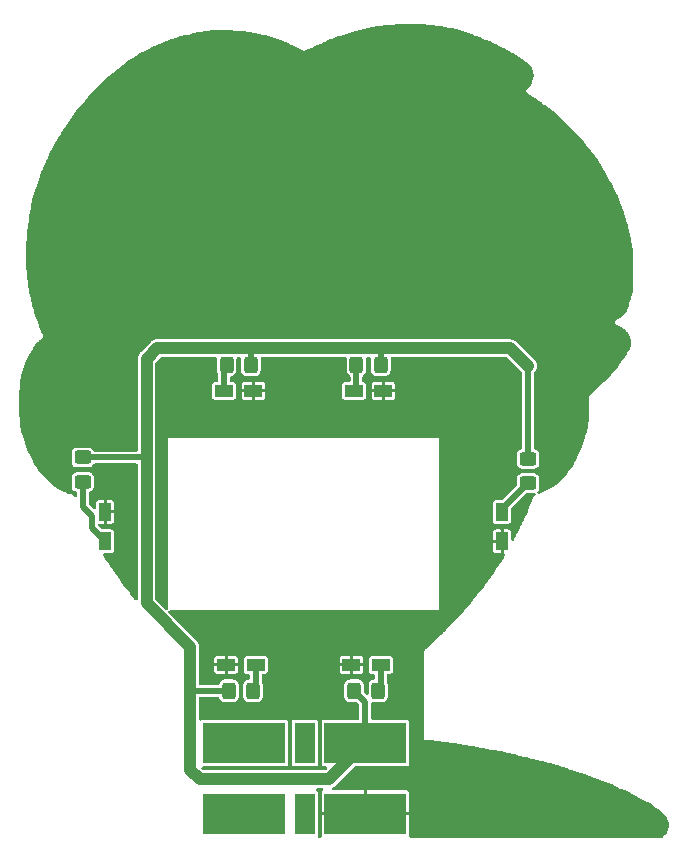
<source format=gbl>
G04 #@! TF.GenerationSoftware,KiCad,Pcbnew,6.0.9-8da3e8f707~117~ubuntu22.04.1*
G04 #@! TF.CreationDate,2022-12-24T17:10:54-08:00*
G04 #@! TF.ProjectId,covid-dude,636f7669-642d-4647-9564-652e6b696361,rev?*
G04 #@! TF.SameCoordinates,Original*
G04 #@! TF.FileFunction,Copper,L2,Bot*
G04 #@! TF.FilePolarity,Positive*
%FSLAX46Y46*%
G04 Gerber Fmt 4.6, Leading zero omitted, Abs format (unit mm)*
G04 Created by KiCad (PCBNEW 6.0.9-8da3e8f707~117~ubuntu22.04.1) date 2022-12-24 17:10:54*
%MOMM*%
%LPD*%
G01*
G04 APERTURE LIST*
G04 Aperture macros list*
%AMRoundRect*
0 Rectangle with rounded corners*
0 $1 Rounding radius*
0 $2 $3 $4 $5 $6 $7 $8 $9 X,Y pos of 4 corners*
0 Add a 4 corners polygon primitive as box body*
4,1,4,$2,$3,$4,$5,$6,$7,$8,$9,$2,$3,0*
0 Add four circle primitives for the rounded corners*
1,1,$1+$1,$2,$3*
1,1,$1+$1,$4,$5*
1,1,$1+$1,$6,$7*
1,1,$1+$1,$8,$9*
0 Add four rect primitives between the rounded corners*
20,1,$1+$1,$2,$3,$4,$5,0*
20,1,$1+$1,$4,$5,$6,$7,0*
20,1,$1+$1,$6,$7,$8,$9,0*
20,1,$1+$1,$8,$9,$2,$3,0*%
G04 Aperture macros list end*
G04 #@! TA.AperFunction,SMDPad,CuDef*
%ADD10R,1.000000X1.500000*%
G04 #@! TD*
G04 #@! TA.AperFunction,SMDPad,CuDef*
%ADD11R,1.500000X1.000000*%
G04 #@! TD*
G04 #@! TA.AperFunction,SMDPad,CuDef*
%ADD12RoundRect,0.250000X-0.450000X0.325000X-0.450000X-0.325000X0.450000X-0.325000X0.450000X0.325000X0*%
G04 #@! TD*
G04 #@! TA.AperFunction,SMDPad,CuDef*
%ADD13R,6.908800X3.454400*%
G04 #@! TD*
G04 #@! TA.AperFunction,SMDPad,CuDef*
%ADD14R,1.727200X3.454400*%
G04 #@! TD*
G04 #@! TA.AperFunction,SMDPad,CuDef*
%ADD15RoundRect,0.250000X-0.325000X-0.450000X0.325000X-0.450000X0.325000X0.450000X-0.325000X0.450000X0*%
G04 #@! TD*
G04 #@! TA.AperFunction,SMDPad,CuDef*
%ADD16RoundRect,0.250000X0.325000X0.450000X-0.325000X0.450000X-0.325000X-0.450000X0.325000X-0.450000X0*%
G04 #@! TD*
G04 #@! TA.AperFunction,Conductor*
%ADD17C,0.500000*%
G04 #@! TD*
G04 #@! TA.AperFunction,Conductor*
%ADD18C,1.000000*%
G04 #@! TD*
G04 APERTURE END LIST*
D10*
G04 #@! TO.P,D6,1,K*
G04 #@! TO.N,GND*
X81900000Y-107050000D03*
G04 #@! TO.P,D6,2,A*
G04 #@! TO.N,Net-(D6-Pad2)*
X81900000Y-109550000D03*
G04 #@! TD*
D11*
G04 #@! TO.P,D2,1,K*
G04 #@! TO.N,GND*
X105450000Y-96800000D03*
G04 #@! TO.P,D2,2,A*
G04 #@! TO.N,Net-(D2-Pad2)*
X102950000Y-96800000D03*
G04 #@! TD*
D12*
G04 #@! TO.P,R6,1*
G04 #@! TO.N,+3.3V*
X80000000Y-102450000D03*
G04 #@! TO.P,R6,2*
G04 #@! TO.N,Net-(D6-Pad2)*
X80000000Y-104500000D03*
G04 #@! TD*
D10*
G04 #@! TO.P,D5,1,K*
G04 #@! TO.N,GND*
X115500000Y-109550000D03*
G04 #@! TO.P,D5,2,A*
G04 #@! TO.N,Net-(D5-Pad2)*
X115500000Y-107050000D03*
G04 #@! TD*
D13*
G04 #@! TO.P,X1,1,VCC*
G04 #@! TO.N,+3.3V*
X103930800Y-126622800D03*
G04 #@! TO.P,X1,2,GND*
G04 #@! TO.N,GND*
X103930800Y-132617200D03*
D14*
G04 #@! TO.P,X1,3,SDA*
G04 #@! TO.N,unconnected-(X1-Pad3)*
X98800000Y-126622800D03*
G04 #@! TO.P,X1,4,SCL*
G04 #@! TO.N,unconnected-(X1-Pad4)*
X98800000Y-132617200D03*
D13*
G04 #@! TO.P,X1,5,GPIO1*
G04 #@! TO.N,unconnected-(X1-Pad5)*
X93669200Y-126622800D03*
G04 #@! TO.P,X1,6,GPIO2*
G04 #@! TO.N,unconnected-(X1-Pad6)*
X93669200Y-132617200D03*
G04 #@! TD*
D15*
G04 #@! TO.P,R3,1*
G04 #@! TO.N,+3.3V*
X102975000Y-122200000D03*
G04 #@! TO.P,R3,2*
G04 #@! TO.N,Net-(D3-Pad2)*
X105025000Y-122200000D03*
G04 #@! TD*
D11*
G04 #@! TO.P,D4,1,K*
G04 #@! TO.N,GND*
X92150000Y-120000000D03*
G04 #@! TO.P,D4,2,A*
G04 #@! TO.N,Net-(D4-Pad2)*
X94650000Y-120000000D03*
G04 #@! TD*
G04 #@! TO.P,D1,1,K*
G04 #@! TO.N,GND*
X94450000Y-96800000D03*
G04 #@! TO.P,D1,2,A*
G04 #@! TO.N,Net-(D1-Pad2)*
X91950000Y-96800000D03*
G04 #@! TD*
D16*
G04 #@! TO.P,R1,1*
G04 #@! TO.N,+3.3V*
X94225000Y-94600000D03*
G04 #@! TO.P,R1,2*
G04 #@! TO.N,Net-(D1-Pad2)*
X92175000Y-94600000D03*
G04 #@! TD*
D12*
G04 #@! TO.P,R5,1*
G04 #@! TO.N,+3.3V*
X117700000Y-102575000D03*
G04 #@! TO.P,R5,2*
G04 #@! TO.N,Net-(D5-Pad2)*
X117700000Y-104625000D03*
G04 #@! TD*
D15*
G04 #@! TO.P,R4,1*
G04 #@! TO.N,+3.3V*
X92375000Y-122200000D03*
G04 #@! TO.P,R4,2*
G04 #@! TO.N,Net-(D4-Pad2)*
X94425000Y-122200000D03*
G04 #@! TD*
D16*
G04 #@! TO.P,R2,1*
G04 #@! TO.N,+3.3V*
X105225000Y-94600000D03*
G04 #@! TO.P,R2,2*
G04 #@! TO.N,Net-(D2-Pad2)*
X103175000Y-94600000D03*
G04 #@! TD*
D11*
G04 #@! TO.P,D3,1,K*
G04 #@! TO.N,GND*
X102750000Y-120000000D03*
G04 #@! TO.P,D3,2,A*
G04 #@! TO.N,Net-(D3-Pad2)*
X105250000Y-120000000D03*
G04 #@! TD*
D17*
G04 #@! TO.N,Net-(D1-Pad2)*
X91950000Y-94825000D02*
X92175000Y-94600000D01*
X91950000Y-96800000D02*
X91950000Y-94825000D01*
G04 #@! TO.N,+3.3V*
X80000000Y-102450000D02*
X85350000Y-102450000D01*
D18*
X89900000Y-129700000D02*
X89100000Y-128900000D01*
D17*
X105250000Y-94575000D02*
X105250000Y-93450000D01*
D18*
X89100000Y-128900000D02*
X89100000Y-122300000D01*
X86300000Y-93200000D02*
X94200000Y-93200000D01*
D17*
X116450000Y-93450000D02*
X117700000Y-94700000D01*
X103930800Y-123155800D02*
X102975000Y-122200000D01*
D18*
X89100000Y-122300000D02*
X89100000Y-118500000D01*
D17*
X89200000Y-122200000D02*
X89100000Y-122300000D01*
D18*
X100853600Y-129700000D02*
X89900000Y-129700000D01*
D17*
X105250000Y-93450000D02*
X116450000Y-93450000D01*
X105225000Y-94600000D02*
X105250000Y-94575000D01*
D18*
X85400000Y-102400000D02*
X85400000Y-94100000D01*
X89100000Y-118500000D02*
X85400000Y-114800000D01*
X116200000Y-93200000D02*
X117700000Y-94700000D01*
D17*
X94225000Y-93225000D02*
X94200000Y-93200000D01*
D18*
X94200000Y-93200000D02*
X116200000Y-93200000D01*
D17*
X94225000Y-94600000D02*
X94225000Y-93225000D01*
X85350000Y-102450000D02*
X85400000Y-102400000D01*
D18*
X85400000Y-94100000D02*
X86300000Y-93200000D01*
D17*
X94450000Y-93450000D02*
X105250000Y-93450000D01*
D18*
X85400000Y-114800000D02*
X85400000Y-102400000D01*
D17*
X117700000Y-94700000D02*
X117700000Y-102575000D01*
X103930800Y-126622800D02*
X103930800Y-123155800D01*
D18*
X103930800Y-126622800D02*
X100853600Y-129700000D01*
D17*
X92375000Y-122200000D02*
X89200000Y-122200000D01*
G04 #@! TO.N,Net-(D2-Pad2)*
X103175000Y-94600000D02*
X103175000Y-96575000D01*
X103175000Y-96575000D02*
X102950000Y-96800000D01*
G04 #@! TO.N,Net-(D3-Pad2)*
X105250000Y-121975000D02*
X105025000Y-122200000D01*
X105250000Y-120000000D02*
X105250000Y-121975000D01*
G04 #@! TO.N,Net-(D4-Pad2)*
X94650000Y-121975000D02*
X94425000Y-122200000D01*
X94650000Y-120000000D02*
X94650000Y-121975000D01*
G04 #@! TO.N,Net-(D5-Pad2)*
X115500000Y-107050000D02*
X115500000Y-106825000D01*
X115500000Y-106825000D02*
X117700000Y-104625000D01*
G04 #@! TO.N,Net-(D6-Pad2)*
X80000000Y-106600000D02*
X80800000Y-107400000D01*
X80000000Y-104500000D02*
X80000000Y-106600000D01*
X80800000Y-108450000D02*
X81900000Y-109550000D01*
X80800000Y-107400000D02*
X80800000Y-108450000D01*
G04 #@! TD*
G04 #@! TA.AperFunction,Conductor*
G04 #@! TO.N,GND*
G36*
X108126265Y-65721689D02*
G01*
X108360402Y-65724361D01*
X108366409Y-65724573D01*
X108706818Y-65744723D01*
X108783121Y-65749239D01*
X108789442Y-65749774D01*
X108935847Y-65765869D01*
X108937632Y-65766078D01*
X108997833Y-65773567D01*
X109151381Y-65792667D01*
X109151428Y-65792676D01*
X109152151Y-65792910D01*
X109154230Y-65793156D01*
X109154242Y-65793158D01*
X109175990Y-65795731D01*
X109176655Y-65795811D01*
X109200401Y-65798765D01*
X109201161Y-65798710D01*
X109201205Y-65798713D01*
X109262814Y-65806001D01*
X109453775Y-65828591D01*
X109453788Y-65828593D01*
X109454339Y-65828769D01*
X109455944Y-65828951D01*
X109455947Y-65828952D01*
X109478384Y-65831503D01*
X109478838Y-65831555D01*
X109502994Y-65834413D01*
X109503564Y-65834368D01*
X109503597Y-65834370D01*
X109764298Y-65864014D01*
X109764316Y-65864017D01*
X109764755Y-65864155D01*
X109785303Y-65866416D01*
X109788797Y-65866800D01*
X109789097Y-65866833D01*
X109813652Y-65869625D01*
X109814116Y-65869587D01*
X109814137Y-65869588D01*
X109876615Y-65876460D01*
X109897043Y-65878707D01*
X109899119Y-65878953D01*
X110170885Y-65913540D01*
X110174812Y-65914103D01*
X110436792Y-65955877D01*
X110441402Y-65956700D01*
X110569784Y-65982126D01*
X110650726Y-65998157D01*
X110656865Y-65999533D01*
X110700516Y-66010468D01*
X110700689Y-66010519D01*
X110702043Y-66011140D01*
X110705753Y-66012022D01*
X110705765Y-66012026D01*
X110724258Y-66016424D01*
X110725663Y-66016767D01*
X110747795Y-66022311D01*
X110749281Y-66022384D01*
X110749453Y-66022417D01*
X110837849Y-66043442D01*
X110904171Y-66059217D01*
X110908733Y-66060603D01*
X110908746Y-66060554D01*
X110914737Y-66062136D01*
X110920538Y-66064296D01*
X110931479Y-66066062D01*
X110940551Y-66067870D01*
X110951337Y-66070436D01*
X110957517Y-66070666D01*
X110963655Y-66071502D01*
X110963648Y-66071552D01*
X110968391Y-66072021D01*
X111108529Y-66094642D01*
X111119879Y-66097076D01*
X111120542Y-66097186D01*
X111126519Y-66098791D01*
X111133677Y-66099264D01*
X111145433Y-66100599D01*
X111146405Y-66100756D01*
X111146407Y-66100756D01*
X111152514Y-66101742D01*
X111158696Y-66101517D01*
X111159353Y-66101558D01*
X111170977Y-66101731D01*
X111200395Y-66103677D01*
X111210344Y-66104335D01*
X111217435Y-66105006D01*
X111309393Y-66116337D01*
X111328542Y-66118696D01*
X111340988Y-66120868D01*
X111509312Y-66159026D01*
X111516585Y-66160905D01*
X111662484Y-66203268D01*
X111665675Y-66204240D01*
X111886080Y-66274615D01*
X111886090Y-66274619D01*
X111886394Y-66274786D01*
X111909815Y-66282193D01*
X111933504Y-66289757D01*
X111933855Y-66289797D01*
X111933868Y-66289800D01*
X112168227Y-66363918D01*
X112168238Y-66363922D01*
X112168505Y-66364069D01*
X112169335Y-66364329D01*
X112169345Y-66364333D01*
X112190350Y-66370920D01*
X112192046Y-66371452D01*
X112215739Y-66378945D01*
X112216039Y-66378978D01*
X112216054Y-66378982D01*
X112367707Y-66426542D01*
X112368766Y-66426879D01*
X112675785Y-66526145D01*
X112677751Y-66526798D01*
X112837962Y-66581523D01*
X112999316Y-66636639D01*
X113000873Y-66637183D01*
X113313551Y-66748993D01*
X113315369Y-66749660D01*
X113592808Y-66853776D01*
X113595447Y-66854801D01*
X113808932Y-66940436D01*
X113814528Y-66942839D01*
X113927157Y-66994468D01*
X113928079Y-66994949D01*
X113928213Y-66995046D01*
X113928678Y-66995261D01*
X113928688Y-66995266D01*
X113940353Y-67000653D01*
X113947281Y-67004115D01*
X113959056Y-67010458D01*
X113964981Y-67012276D01*
X113968516Y-67013754D01*
X113972755Y-67015619D01*
X114081643Y-67065911D01*
X114085932Y-67067991D01*
X114101838Y-67076086D01*
X114106543Y-67077410D01*
X114110976Y-67079458D01*
X114116993Y-67080907D01*
X114116996Y-67080908D01*
X114128309Y-67083632D01*
X114132924Y-67084837D01*
X114183667Y-67099122D01*
X114184927Y-67099583D01*
X114189261Y-67102706D01*
X114201011Y-67105477D01*
X114201016Y-67105479D01*
X114230627Y-67112463D01*
X114235840Y-67113810D01*
X114247304Y-67117037D01*
X114247312Y-67117039D01*
X114252112Y-67118390D01*
X114253447Y-67118495D01*
X114259183Y-67119856D01*
X114290537Y-67129201D01*
X114304166Y-67134134D01*
X114384936Y-67168746D01*
X114428032Y-67187214D01*
X114433353Y-67189642D01*
X114462696Y-67203864D01*
X114612071Y-67276264D01*
X114614576Y-67277513D01*
X114619849Y-67280215D01*
X114619952Y-67280274D01*
X114620854Y-67280975D01*
X114641729Y-67291434D01*
X114642608Y-67291879D01*
X114663498Y-67302586D01*
X114664604Y-67302901D01*
X114664701Y-67302944D01*
X114750506Y-67345936D01*
X114812387Y-67376941D01*
X114813318Y-67377448D01*
X114816127Y-67379505D01*
X114821744Y-67382119D01*
X114821745Y-67382120D01*
X114833860Y-67387759D01*
X114837131Y-67389340D01*
X114849112Y-67395343D01*
X114849123Y-67395347D01*
X114854651Y-67398117D01*
X114858008Y-67399040D01*
X114858994Y-67399458D01*
X114966772Y-67449622D01*
X114970606Y-67451716D01*
X114970678Y-67451573D01*
X114976208Y-67454358D01*
X114981435Y-67457670D01*
X114987209Y-67459899D01*
X114987211Y-67459900D01*
X114992881Y-67462089D01*
X115000670Y-67465400D01*
X115011805Y-67470582D01*
X115017812Y-67472048D01*
X115023653Y-67474097D01*
X115023600Y-67474248D01*
X115027763Y-67475554D01*
X115044344Y-67481954D01*
X115045080Y-67482310D01*
X115048146Y-67485046D01*
X115057477Y-67488303D01*
X115057482Y-67488305D01*
X115090079Y-67499681D01*
X115093931Y-67501096D01*
X115097770Y-67502578D01*
X115105764Y-67505664D01*
X115105767Y-67505665D01*
X115111539Y-67507893D01*
X115114213Y-67508358D01*
X115121653Y-67510871D01*
X115139853Y-67518169D01*
X115152153Y-67523888D01*
X115262005Y-67582369D01*
X115266322Y-67584779D01*
X115332615Y-67623508D01*
X115405053Y-67665828D01*
X115405093Y-67665854D01*
X115405659Y-67666349D01*
X115426426Y-67678316D01*
X115426968Y-67678631D01*
X115445903Y-67689693D01*
X115445910Y-67689697D01*
X115447713Y-67690750D01*
X115448423Y-67690995D01*
X115448464Y-67691017D01*
X115626361Y-67793532D01*
X115627092Y-67793989D01*
X115629575Y-67796049D01*
X115635020Y-67798997D01*
X115647185Y-67805583D01*
X115650111Y-67807218D01*
X115662073Y-67814112D01*
X115662078Y-67814114D01*
X115667441Y-67817205D01*
X115670487Y-67818236D01*
X115671280Y-67818629D01*
X115810372Y-67893939D01*
X115896212Y-67940416D01*
X115896793Y-67940759D01*
X115899030Y-67942529D01*
X115904551Y-67945353D01*
X115904552Y-67945354D01*
X115917382Y-67951918D01*
X115919990Y-67953291D01*
X115932680Y-67960162D01*
X115932684Y-67960164D01*
X115938129Y-67963112D01*
X115940854Y-67963954D01*
X115941470Y-67964241D01*
X116154899Y-68073432D01*
X116155178Y-68073590D01*
X116156762Y-68074801D01*
X116161121Y-68076943D01*
X116176480Y-68084491D01*
X116178302Y-68085405D01*
X116181134Y-68086854D01*
X116183793Y-68088255D01*
X116366099Y-68187101D01*
X116426650Y-68219932D01*
X116432429Y-68223266D01*
X116702825Y-68388992D01*
X116708126Y-68392427D01*
X116945170Y-68554653D01*
X116947874Y-68556558D01*
X116961462Y-68566395D01*
X116962625Y-68567248D01*
X116980980Y-68580863D01*
X116982288Y-68581482D01*
X116982421Y-68581569D01*
X117148597Y-68701880D01*
X117149322Y-68702445D01*
X117151635Y-68704807D01*
X117168068Y-68716035D01*
X117170853Y-68717994D01*
X117186961Y-68729656D01*
X117189963Y-68731034D01*
X117190744Y-68731528D01*
X117344725Y-68836733D01*
X117346492Y-68838018D01*
X117349858Y-68841195D01*
X117364763Y-68850542D01*
X117368881Y-68853239D01*
X117378314Y-68859684D01*
X117378323Y-68859689D01*
X117383427Y-68863176D01*
X117387679Y-68864989D01*
X117389593Y-68866112D01*
X117495241Y-68932361D01*
X117499392Y-68935080D01*
X117501133Y-68936270D01*
X117505876Y-68940248D01*
X117518107Y-68946954D01*
X117524442Y-68950672D01*
X117536231Y-68958065D01*
X117539854Y-68959444D01*
X117552279Y-68966759D01*
X117682472Y-69056257D01*
X117704596Y-69071466D01*
X117728726Y-69093115D01*
X117855742Y-69240740D01*
X117869128Y-69259541D01*
X117998129Y-69481231D01*
X118006640Y-69498888D01*
X118123340Y-69798628D01*
X118130961Y-69828789D01*
X118164793Y-70100770D01*
X118164950Y-70130561D01*
X118134252Y-70400489D01*
X118133961Y-70403047D01*
X118129954Y-70423301D01*
X118057573Y-70677568D01*
X118042639Y-70730029D01*
X118034104Y-70751975D01*
X117930693Y-70958360D01*
X117910751Y-70987246D01*
X117812922Y-71093526D01*
X117801149Y-71106316D01*
X117782937Y-71122603D01*
X117705172Y-71179609D01*
X117692138Y-71187027D01*
X117685347Y-71191659D01*
X117673924Y-71196518D01*
X117665234Y-71205376D01*
X117665232Y-71205377D01*
X117653845Y-71216984D01*
X117652723Y-71218056D01*
X117649457Y-71220450D01*
X117645278Y-71225010D01*
X117636890Y-71234162D01*
X117633941Y-71237271D01*
X117610159Y-71261511D01*
X117610157Y-71261514D01*
X117603018Y-71268790D01*
X117601344Y-71272944D01*
X117598316Y-71276247D01*
X117594826Y-71285832D01*
X117583205Y-71317748D01*
X117581672Y-71321745D01*
X117565166Y-71362694D01*
X117565209Y-71367174D01*
X117563676Y-71371384D01*
X117564120Y-71381576D01*
X117565598Y-71415525D01*
X117565710Y-71419779D01*
X117566132Y-71463936D01*
X117567885Y-71468057D01*
X117568080Y-71472534D01*
X117586752Y-71512592D01*
X117588475Y-71516459D01*
X117601769Y-71547709D01*
X117601773Y-71547716D01*
X117605766Y-71557102D01*
X117608964Y-71560240D01*
X117610857Y-71564300D01*
X117643445Y-71594169D01*
X117646512Y-71597078D01*
X117652481Y-71602934D01*
X117659794Y-71610109D01*
X117663185Y-71612328D01*
X117664348Y-71613328D01*
X117685495Y-71632710D01*
X117697154Y-71636955D01*
X117704179Y-71641219D01*
X117717598Y-71647940D01*
X117864016Y-71743767D01*
X117864176Y-71743872D01*
X118283021Y-72018904D01*
X118283454Y-72019190D01*
X118555065Y-72199211D01*
X118608724Y-72234776D01*
X118609351Y-72235195D01*
X118838958Y-72389911D01*
X118840628Y-72391058D01*
X118912173Y-72441096D01*
X118974194Y-72484473D01*
X118974692Y-72484823D01*
X119091429Y-72567310D01*
X119091677Y-72567501D01*
X119093089Y-72568941D01*
X119097127Y-72571696D01*
X119097126Y-72571696D01*
X119111215Y-72581311D01*
X119112896Y-72582478D01*
X119130863Y-72595174D01*
X119132705Y-72595994D01*
X119132985Y-72596169D01*
X119266350Y-72687186D01*
X119266466Y-72687272D01*
X119267362Y-72688168D01*
X119270129Y-72690016D01*
X119270135Y-72690020D01*
X119286652Y-72701049D01*
X119287686Y-72701747D01*
X119306773Y-72714773D01*
X119307941Y-72715270D01*
X119308060Y-72715342D01*
X119340034Y-72736691D01*
X119344635Y-72739914D01*
X119546536Y-72888148D01*
X119551816Y-72892243D01*
X119817082Y-73109551D01*
X119819933Y-73111958D01*
X120134770Y-73385847D01*
X120136690Y-73387552D01*
X120482219Y-73700737D01*
X120483740Y-73702139D01*
X120842753Y-74038442D01*
X120844139Y-74039760D01*
X121200067Y-74383467D01*
X121201510Y-74384883D01*
X121518671Y-74701146D01*
X121537798Y-74720219D01*
X121539453Y-74721901D01*
X121839372Y-75032816D01*
X121841647Y-75035240D01*
X122087271Y-75304167D01*
X122091015Y-75308459D01*
X122176492Y-75411082D01*
X122266851Y-75519567D01*
X122269630Y-75523025D01*
X122409647Y-75703703D01*
X122409654Y-75703713D01*
X122409862Y-75704126D01*
X122424879Y-75723358D01*
X122440071Y-75742962D01*
X122440426Y-75743270D01*
X122440437Y-75743283D01*
X122591641Y-75936929D01*
X122591652Y-75936945D01*
X122591837Y-75937309D01*
X122607149Y-75956790D01*
X122622253Y-75976134D01*
X122622562Y-75976401D01*
X122724098Y-76105583D01*
X122724522Y-76106126D01*
X123056721Y-76533571D01*
X123058298Y-76535644D01*
X123340300Y-76914404D01*
X123342222Y-76917056D01*
X123603901Y-77288285D01*
X123605638Y-77290814D01*
X123876630Y-77695851D01*
X123877447Y-77697087D01*
X123946730Y-77803323D01*
X123948820Y-77806640D01*
X124062231Y-77992962D01*
X124064180Y-77996277D01*
X124213893Y-78260044D01*
X124214900Y-78261854D01*
X124390933Y-78584220D01*
X124391603Y-78585462D01*
X124582562Y-78944673D01*
X124583068Y-78945634D01*
X124778313Y-79321147D01*
X124778687Y-79321875D01*
X124967604Y-79693123D01*
X124968161Y-79694232D01*
X125140211Y-80040741D01*
X125140939Y-80042231D01*
X125285376Y-80343001D01*
X125286504Y-80345418D01*
X125392022Y-80577915D01*
X125394013Y-80582550D01*
X125442418Y-80701777D01*
X125443789Y-80705304D01*
X125516598Y-80901338D01*
X125516625Y-80901422D01*
X125516780Y-80902342D01*
X125517677Y-80904703D01*
X125517683Y-80904722D01*
X125525223Y-80924569D01*
X125525492Y-80925283D01*
X125533745Y-80947503D01*
X125534237Y-80948303D01*
X125534259Y-80948353D01*
X125606146Y-81137583D01*
X125612640Y-81154676D01*
X125612656Y-81154724D01*
X125612787Y-81155477D01*
X125621428Y-81177817D01*
X125621695Y-81178515D01*
X125630185Y-81200862D01*
X125630587Y-81201504D01*
X125630606Y-81201545D01*
X125644015Y-81236214D01*
X125665962Y-81292959D01*
X125666656Y-81294794D01*
X125679738Y-81330281D01*
X125741128Y-81496812D01*
X125742457Y-81500604D01*
X125805397Y-81689812D01*
X125806809Y-81694344D01*
X125825793Y-81759688D01*
X125825806Y-81759742D01*
X125825882Y-81760557D01*
X125832774Y-81783720D01*
X125839559Y-81807074D01*
X125839936Y-81807799D01*
X125839958Y-81807863D01*
X125872498Y-81917221D01*
X125872800Y-81918380D01*
X125873248Y-81921994D01*
X125875190Y-81927864D01*
X125879311Y-81940320D01*
X125880451Y-81943948D01*
X125885959Y-81962458D01*
X125887659Y-81965680D01*
X125888070Y-81966794D01*
X125944478Y-82137284D01*
X125944616Y-82137763D01*
X125944971Y-82140221D01*
X125946883Y-82145632D01*
X125946887Y-82145644D01*
X125952047Y-82160243D01*
X125952870Y-82162647D01*
X125959531Y-82182780D01*
X125960758Y-82184944D01*
X125960945Y-82185413D01*
X126031457Y-82384899D01*
X126032484Y-82387929D01*
X126106599Y-82616034D01*
X126108688Y-82623177D01*
X126152378Y-82790895D01*
X126166970Y-82846912D01*
X126168955Y-82855856D01*
X126200196Y-83025754D01*
X126200461Y-83027248D01*
X126212841Y-83099456D01*
X126221179Y-83148087D01*
X126233954Y-83222602D01*
X126234745Y-83229626D01*
X126235411Y-83233957D01*
X126235748Y-83240136D01*
X126237283Y-83246126D01*
X126237283Y-83246128D01*
X126238146Y-83249497D01*
X126240276Y-83259477D01*
X126241903Y-83268967D01*
X126244117Y-83274741D01*
X126245284Y-83278991D01*
X126247421Y-83285698D01*
X126258156Y-83327597D01*
X126281570Y-83418986D01*
X126290976Y-83455701D01*
X126291915Y-83460565D01*
X126291917Y-83460564D01*
X126293322Y-83466593D01*
X126294129Y-83472726D01*
X126296115Y-83478580D01*
X126296117Y-83478587D01*
X126297516Y-83482708D01*
X126300254Y-83491914D01*
X126302870Y-83502126D01*
X126305545Y-83507705D01*
X126307662Y-83513522D01*
X126307659Y-83513523D01*
X126309528Y-83518106D01*
X126320401Y-83550148D01*
X126322210Y-83555933D01*
X126366311Y-83709856D01*
X126369874Y-83726431D01*
X126388165Y-83852232D01*
X126389086Y-83863892D01*
X126388834Y-83866849D01*
X126389522Y-83872998D01*
X126389755Y-83875080D01*
X126390503Y-83886156D01*
X126390696Y-83894447D01*
X126392044Y-83900485D01*
X126392299Y-83902574D01*
X126393914Y-83912245D01*
X126406531Y-84024979D01*
X126407300Y-84037152D01*
X126407397Y-84043791D01*
X126408691Y-84049835D01*
X126408699Y-84049903D01*
X126410668Y-84062007D01*
X126410683Y-84062075D01*
X126411371Y-84068227D01*
X126413245Y-84074122D01*
X126413379Y-84074544D01*
X126416506Y-84086329D01*
X126451199Y-84248338D01*
X126452084Y-84252878D01*
X126452751Y-84256668D01*
X126453221Y-84262833D01*
X126456823Y-84275730D01*
X126458668Y-84283217D01*
X126461473Y-84296314D01*
X126463926Y-84302000D01*
X126465093Y-84305655D01*
X126466419Y-84310086D01*
X126497435Y-84421130D01*
X126498107Y-84423537D01*
X126498294Y-84424214D01*
X126500249Y-84431382D01*
X126521597Y-84509680D01*
X126523796Y-84519181D01*
X126540488Y-84606557D01*
X126541834Y-84615234D01*
X126556142Y-84734840D01*
X126556733Y-84741098D01*
X126568322Y-84908389D01*
X126568534Y-84912362D01*
X126577064Y-85139173D01*
X126577131Y-85141531D01*
X126582618Y-85433067D01*
X126582735Y-85439294D01*
X126582752Y-85440568D01*
X126585835Y-85820818D01*
X126585839Y-85821475D01*
X126586425Y-86077004D01*
X126586929Y-86297002D01*
X126586929Y-86297302D01*
X126586906Y-86566929D01*
X126586906Y-86566971D01*
X126586692Y-87074499D01*
X126586692Y-87074744D01*
X126585723Y-87484080D01*
X126585717Y-87485024D01*
X126582519Y-87809420D01*
X126582480Y-87811547D01*
X126575709Y-88064678D01*
X126575540Y-88068634D01*
X126572779Y-88115995D01*
X126564143Y-88264069D01*
X126563615Y-88270385D01*
X126549339Y-88401237D01*
X126546935Y-88423268D01*
X126545741Y-88431606D01*
X126530764Y-88516046D01*
X126522849Y-88560666D01*
X126521049Y-88569118D01*
X126507604Y-88623056D01*
X126489342Y-88696319D01*
X126487626Y-88702522D01*
X126443302Y-88848190D01*
X126442358Y-88851160D01*
X126408344Y-88953761D01*
X126382649Y-89031268D01*
X126347642Y-89135451D01*
X126344639Y-89144389D01*
X126344500Y-89144753D01*
X126343439Y-89146684D01*
X126341862Y-89151671D01*
X126341857Y-89151683D01*
X126336886Y-89167399D01*
X126336192Y-89169527D01*
X126329302Y-89190034D01*
X126329022Y-89192218D01*
X126328925Y-89192571D01*
X126321587Y-89215773D01*
X126291237Y-89311727D01*
X126291114Y-89312066D01*
X126290111Y-89313968D01*
X126286463Y-89326240D01*
X126283920Y-89334794D01*
X126283277Y-89336890D01*
X126278255Y-89352766D01*
X126278252Y-89352780D01*
X126276705Y-89357669D01*
X126276469Y-89359804D01*
X126276380Y-89360155D01*
X126240991Y-89479195D01*
X126230124Y-89515748D01*
X126230076Y-89515888D01*
X126229448Y-89517110D01*
X126228473Y-89520527D01*
X126223133Y-89539240D01*
X126222749Y-89540556D01*
X126216207Y-89562561D01*
X126216080Y-89563927D01*
X126216046Y-89564071D01*
X126209859Y-89585747D01*
X126206604Y-89595596D01*
X126053557Y-90001728D01*
X126042346Y-90024319D01*
X125892974Y-90262107D01*
X125854474Y-90323395D01*
X125835228Y-90347084D01*
X125610198Y-90564020D01*
X125587779Y-90581230D01*
X125519421Y-90622421D01*
X125431992Y-90675102D01*
X125421988Y-90680529D01*
X125336823Y-90721863D01*
X125263711Y-90757346D01*
X125262218Y-90757938D01*
X125256418Y-90758555D01*
X125245522Y-90764491D01*
X125245519Y-90764492D01*
X125219833Y-90778486D01*
X125214602Y-90781179D01*
X125200046Y-90788244D01*
X125195719Y-90791521D01*
X125192687Y-90793275D01*
X125167510Y-90806991D01*
X125159713Y-90816648D01*
X125154290Y-90821171D01*
X125149605Y-90826446D01*
X125139709Y-90833940D01*
X125133435Y-90844651D01*
X125133434Y-90844652D01*
X125128510Y-90853058D01*
X125117821Y-90868530D01*
X125103905Y-90885764D01*
X125100397Y-90897670D01*
X125097119Y-90903921D01*
X125094807Y-90910593D01*
X125088534Y-90921302D01*
X125085599Y-90942559D01*
X125085503Y-90943252D01*
X125081549Y-90961631D01*
X125075287Y-90982882D01*
X125076602Y-90995221D01*
X125075965Y-91002259D01*
X125076382Y-91009303D01*
X125074685Y-91021596D01*
X125077822Y-91033606D01*
X125080285Y-91043036D01*
X125083667Y-91061529D01*
X125086014Y-91083559D01*
X125091950Y-91094455D01*
X125094056Y-91101204D01*
X125097137Y-91107553D01*
X125100273Y-91119556D01*
X125107763Y-91129446D01*
X125113652Y-91137222D01*
X125123851Y-91153012D01*
X125134450Y-91172467D01*
X125144106Y-91180264D01*
X125148629Y-91185687D01*
X125153905Y-91190372D01*
X125161399Y-91200268D01*
X125175772Y-91208687D01*
X125186148Y-91214765D01*
X125189119Y-91216609D01*
X125193338Y-91220016D01*
X125198825Y-91222893D01*
X125207622Y-91227506D01*
X125212792Y-91230374D01*
X125238051Y-91245170D01*
X125238054Y-91245171D01*
X125248761Y-91251443D01*
X125254543Y-91252242D01*
X125256012Y-91252877D01*
X125597107Y-91431719D01*
X125600713Y-91433686D01*
X125843754Y-91571521D01*
X125857325Y-91580420D01*
X125998078Y-91686313D01*
X126017365Y-91704273D01*
X126111317Y-91812213D01*
X126125256Y-91831697D01*
X126154659Y-91882373D01*
X126224690Y-92003072D01*
X126229228Y-92011636D01*
X126263829Y-92083485D01*
X126267328Y-92091442D01*
X126334668Y-92260136D01*
X126340778Y-92280114D01*
X126372764Y-92427433D01*
X126375389Y-92446347D01*
X126377869Y-92486265D01*
X126388756Y-92661569D01*
X126388994Y-92668366D01*
X126389439Y-92723721D01*
X126389382Y-92728642D01*
X126388501Y-92757044D01*
X126383046Y-92932853D01*
X126382780Y-92941419D01*
X126382283Y-92949350D01*
X126377292Y-93002172D01*
X126365756Y-93124252D01*
X126363879Y-93137056D01*
X126349808Y-93207566D01*
X126337915Y-93241265D01*
X126308343Y-93297852D01*
X126303621Y-93306110D01*
X126225193Y-93431964D01*
X126201553Y-93469899D01*
X126199397Y-93473239D01*
X126053860Y-93691056D01*
X126052410Y-93693177D01*
X125885750Y-93931303D01*
X125882762Y-93935572D01*
X125881278Y-93937646D01*
X125703841Y-94180551D01*
X125702332Y-94182575D01*
X125597357Y-94320397D01*
X125596551Y-94321385D01*
X125593813Y-94323960D01*
X125582688Y-94339557D01*
X125580406Y-94342651D01*
X125568799Y-94357890D01*
X125567146Y-94361271D01*
X125566446Y-94362325D01*
X125489966Y-94469545D01*
X125478446Y-94485695D01*
X125475904Y-94489133D01*
X125472374Y-94493742D01*
X125468150Y-94498261D01*
X125464888Y-94503518D01*
X125461370Y-94509187D01*
X125456887Y-94515918D01*
X125453524Y-94520633D01*
X125449432Y-94526370D01*
X125446888Y-94532016D01*
X125444031Y-94536990D01*
X125441836Y-94540665D01*
X125367933Y-94659758D01*
X125365513Y-94663461D01*
X125361752Y-94667919D01*
X125358758Y-94673345D01*
X125357980Y-94674475D01*
X125351615Y-94684601D01*
X125316672Y-94733744D01*
X125294868Y-94764408D01*
X125289085Y-94771925D01*
X125155832Y-94932265D01*
X125153388Y-94935119D01*
X124956783Y-95157831D01*
X124955312Y-95159468D01*
X124917040Y-95201326D01*
X124754513Y-95379080D01*
X124712101Y-95425465D01*
X124711027Y-95426625D01*
X124434235Y-95721677D01*
X124433318Y-95722643D01*
X124135710Y-96032940D01*
X124134753Y-96033927D01*
X123828536Y-96346302D01*
X123827489Y-96347357D01*
X123538221Y-96635561D01*
X123537672Y-96636104D01*
X122984787Y-97179808D01*
X122966092Y-97194967D01*
X122954337Y-97202763D01*
X122947407Y-97213058D01*
X122947405Y-97213060D01*
X122926579Y-97243999D01*
X122926317Y-97244388D01*
X122898299Y-97285568D01*
X122898166Y-97286210D01*
X122897800Y-97286753D01*
X122895392Y-97298648D01*
X122895391Y-97298649D01*
X122887902Y-97335636D01*
X122887777Y-97336242D01*
X122880240Y-97372546D01*
X122877717Y-97384700D01*
X122880036Y-97396892D01*
X122880351Y-97398548D01*
X122882570Y-97422524D01*
X122882126Y-97552328D01*
X122880603Y-97998146D01*
X122880582Y-98000076D01*
X122880060Y-98027928D01*
X122867728Y-98685952D01*
X122867673Y-98688871D01*
X122867482Y-98693838D01*
X122836611Y-99222734D01*
X122833479Y-99276384D01*
X122832891Y-99283233D01*
X122799989Y-99573255D01*
X122777331Y-99772974D01*
X122775955Y-99782100D01*
X122761216Y-99860299D01*
X122698630Y-100192332D01*
X122696228Y-100202663D01*
X122665661Y-100312891D01*
X122618472Y-100483062D01*
X122616935Y-100488604D01*
X122615394Y-100493735D01*
X122538813Y-100730229D01*
X122538766Y-100730313D01*
X122531089Y-100754082D01*
X122523398Y-100777833D01*
X122523387Y-100777929D01*
X122453760Y-100993500D01*
X122453757Y-100993507D01*
X122453703Y-100993605D01*
X122446014Y-101017484D01*
X122438385Y-101041104D01*
X122438372Y-101041217D01*
X122383980Y-101210134D01*
X122383906Y-101210268D01*
X122376375Y-101233752D01*
X122368662Y-101257706D01*
X122368645Y-101257855D01*
X122368641Y-101257869D01*
X122355745Y-101298086D01*
X122354158Y-101302724D01*
X122254750Y-101575492D01*
X122252441Y-101581364D01*
X122113628Y-101909711D01*
X122111949Y-101913503D01*
X121946146Y-102271541D01*
X121944570Y-102274819D01*
X121767188Y-102630550D01*
X121765372Y-102634055D01*
X121591879Y-102956298D01*
X121589173Y-102961072D01*
X121484676Y-103136360D01*
X121435484Y-103218876D01*
X121431347Y-103225357D01*
X121356502Y-103335084D01*
X121352614Y-103340473D01*
X121096558Y-103676349D01*
X120997787Y-103805909D01*
X120994324Y-103810248D01*
X120678618Y-104188507D01*
X120673003Y-104194792D01*
X120510202Y-104365179D01*
X120384933Y-104496285D01*
X120376731Y-104504130D01*
X120100166Y-104745748D01*
X120089866Y-104753842D01*
X119805483Y-104954317D01*
X119794774Y-104961088D01*
X119480346Y-105138385D01*
X119471467Y-105142936D01*
X119116070Y-105307642D01*
X119112689Y-105309149D01*
X118898474Y-105400780D01*
X118898423Y-105400791D01*
X118874540Y-105411018D01*
X118852553Y-105420423D01*
X118852549Y-105420425D01*
X118852425Y-105420478D01*
X118852385Y-105420505D01*
X118677776Y-105495276D01*
X118677772Y-105495277D01*
X118677705Y-105495292D01*
X118677514Y-105495374D01*
X118659608Y-105503053D01*
X118589118Y-105511520D01*
X118525240Y-105480532D01*
X118488257Y-105419929D01*
X118489908Y-105348952D01*
X118512455Y-105311941D01*
X118510404Y-105310404D01*
X118591689Y-105201946D01*
X118591691Y-105201943D01*
X118597071Y-105194764D01*
X118635273Y-105092858D01*
X118645026Y-105066843D01*
X118645026Y-105066841D01*
X118647798Y-105059448D01*
X118654500Y-104997756D01*
X118654500Y-104252244D01*
X118647798Y-104190552D01*
X118597071Y-104055236D01*
X118591691Y-104048057D01*
X118591689Y-104048054D01*
X118515785Y-103946776D01*
X118510404Y-103939596D01*
X118488332Y-103923054D01*
X118401946Y-103858311D01*
X118401943Y-103858309D01*
X118394764Y-103852929D01*
X118305046Y-103819296D01*
X118266843Y-103804974D01*
X118266841Y-103804974D01*
X118259448Y-103802202D01*
X118251598Y-103801349D01*
X118251597Y-103801349D01*
X118201153Y-103795869D01*
X118201152Y-103795869D01*
X118197756Y-103795500D01*
X117202244Y-103795500D01*
X117198848Y-103795869D01*
X117198847Y-103795869D01*
X117148403Y-103801349D01*
X117148402Y-103801349D01*
X117140552Y-103802202D01*
X117133159Y-103804974D01*
X117133157Y-103804974D01*
X117094954Y-103819296D01*
X117005236Y-103852929D01*
X116998057Y-103858309D01*
X116998054Y-103858311D01*
X116911668Y-103923054D01*
X116889596Y-103939596D01*
X116884215Y-103946776D01*
X116808311Y-104048054D01*
X116808309Y-104048057D01*
X116802929Y-104055236D01*
X116752202Y-104190552D01*
X116745500Y-104252244D01*
X116745500Y-104813839D01*
X116725498Y-104881960D01*
X116708595Y-104902934D01*
X115602934Y-106008595D01*
X115540622Y-106042621D01*
X115513839Y-106045500D01*
X115037598Y-106045501D01*
X114974934Y-106045501D01*
X114939182Y-106052612D01*
X114912874Y-106057844D01*
X114912872Y-106057845D01*
X114900699Y-106060266D01*
X114890379Y-106067161D01*
X114890378Y-106067162D01*
X114829985Y-106107516D01*
X114816516Y-106116516D01*
X114760266Y-106200699D01*
X114745500Y-106274933D01*
X114745501Y-107825066D01*
X114760266Y-107899301D01*
X114816516Y-107983484D01*
X114900699Y-108039734D01*
X114974933Y-108054500D01*
X115499915Y-108054500D01*
X116025066Y-108054499D01*
X116060818Y-108047388D01*
X116087126Y-108042156D01*
X116087128Y-108042155D01*
X116099301Y-108039734D01*
X116109621Y-108032839D01*
X116109622Y-108032838D01*
X116173168Y-107990377D01*
X116183484Y-107983484D01*
X116239734Y-107899301D01*
X116254500Y-107825067D01*
X116254499Y-106836162D01*
X116274501Y-106768041D01*
X116291404Y-106747067D01*
X117547066Y-105491405D01*
X117609378Y-105457379D01*
X117636161Y-105454500D01*
X118197756Y-105454500D01*
X118206951Y-105453501D01*
X118276833Y-105466032D01*
X118328847Y-105514355D01*
X118346478Y-105583127D01*
X118324130Y-105650515D01*
X118300862Y-105675856D01*
X118294915Y-105680775D01*
X118290685Y-105684124D01*
X118290464Y-105684291D01*
X118285187Y-105687527D01*
X118280642Y-105691731D01*
X118274510Y-105697403D01*
X118269263Y-105701993D01*
X118258073Y-105711248D01*
X118254163Y-105716049D01*
X118253986Y-105716228D01*
X118250133Y-105719949D01*
X118229622Y-105738920D01*
X118224430Y-105750191D01*
X118217136Y-105760237D01*
X118216835Y-105760018D01*
X118211845Y-105768020D01*
X118194416Y-105789424D01*
X118194050Y-105789803D01*
X118191243Y-105791410D01*
X118163244Y-105827642D01*
X118161284Y-105830113D01*
X118148488Y-105845828D01*
X118146958Y-105848717D01*
X118144962Y-105851300D01*
X118142204Y-105856845D01*
X118135976Y-105869366D01*
X118134512Y-105872218D01*
X118123794Y-105892458D01*
X118113066Y-105912715D01*
X118112761Y-105915938D01*
X118112570Y-105916421D01*
X118074809Y-105992339D01*
X118063825Y-106014421D01*
X118059062Y-106022819D01*
X118058045Y-106024811D01*
X118054705Y-106030020D01*
X118052444Y-106035785D01*
X118052443Y-106035786D01*
X118051650Y-106037808D01*
X118047167Y-106047909D01*
X118043446Y-106055391D01*
X118041824Y-106061361D01*
X118041029Y-106063452D01*
X118038007Y-106072588D01*
X118022902Y-106111098D01*
X117972595Y-106239349D01*
X117972426Y-106239735D01*
X117971228Y-106241682D01*
X117969354Y-106246732D01*
X117969350Y-106246742D01*
X117963730Y-106261890D01*
X117962899Y-106264067D01*
X117957012Y-106279077D01*
X117955039Y-106284108D01*
X117954635Y-106286360D01*
X117954507Y-106286755D01*
X117873783Y-106504341D01*
X117790580Y-106728134D01*
X117727349Y-106897709D01*
X117727334Y-106897703D01*
X117727296Y-106897851D01*
X117721413Y-106913569D01*
X117719494Y-106918388D01*
X117669790Y-107036077D01*
X117668364Y-107039322D01*
X117629071Y-107125395D01*
X117579184Y-107234672D01*
X117578523Y-107236097D01*
X117463697Y-107479544D01*
X117463227Y-107480528D01*
X117337722Y-107740755D01*
X117337352Y-107741514D01*
X117216529Y-107986680D01*
X117215161Y-107989456D01*
X117214523Y-107990732D01*
X117176637Y-108065386D01*
X117110087Y-108196521D01*
X117108882Y-108198836D01*
X117056152Y-108297616D01*
X117056076Y-108297744D01*
X117055226Y-108298805D01*
X117053602Y-108301930D01*
X117053593Y-108301944D01*
X117044603Y-108319237D01*
X117044011Y-108320360D01*
X117033148Y-108340710D01*
X117032753Y-108342016D01*
X117032693Y-108342145D01*
X117007217Y-108391143D01*
X117007099Y-108391348D01*
X117006022Y-108392731D01*
X117004066Y-108396627D01*
X116995995Y-108412701D01*
X116995187Y-108414281D01*
X116986872Y-108430275D01*
X116984847Y-108434170D01*
X116984355Y-108435863D01*
X116984253Y-108436088D01*
X116920302Y-108563455D01*
X116920280Y-108563494D01*
X116919868Y-108564029D01*
X116918083Y-108567632D01*
X116909218Y-108585527D01*
X116908916Y-108586133D01*
X116898943Y-108605994D01*
X116898939Y-108606003D01*
X116898100Y-108607674D01*
X116897920Y-108608327D01*
X116897903Y-108608366D01*
X116807182Y-108791489D01*
X116806896Y-108791863D01*
X116795993Y-108814074D01*
X116785133Y-108835995D01*
X116785014Y-108836436D01*
X116785006Y-108836455D01*
X116699089Y-109011481D01*
X116678366Y-109053696D01*
X116678202Y-109053911D01*
X116667323Y-109076190D01*
X116656393Y-109098457D01*
X116656324Y-109098718D01*
X116634330Y-109143761D01*
X116633900Y-109144632D01*
X116492740Y-109427491D01*
X116444426Y-109479511D01*
X116375656Y-109497152D01*
X116308265Y-109474813D01*
X116263650Y-109419587D01*
X116254000Y-109371227D01*
X116253999Y-108781173D01*
X116252791Y-108768912D01*
X116241685Y-108713069D01*
X116232367Y-108690573D01*
X116190017Y-108627192D01*
X116172808Y-108609983D01*
X116109425Y-108567632D01*
X116086934Y-108558316D01*
X116031085Y-108547207D01*
X116018830Y-108546000D01*
X115645115Y-108546000D01*
X115629876Y-108550475D01*
X115628671Y-108551865D01*
X115627000Y-108559548D01*
X115627000Y-110535884D01*
X115631475Y-110551123D01*
X115632865Y-110552328D01*
X115653783Y-110556878D01*
X115653406Y-110558613D01*
X115705814Y-110574001D01*
X115752307Y-110627657D01*
X115762411Y-110697931D01*
X115745523Y-110745179D01*
X115661835Y-110883620D01*
X115640440Y-110919013D01*
X115639567Y-110920435D01*
X115472017Y-111189488D01*
X115470860Y-111191312D01*
X115259730Y-111517738D01*
X115258933Y-111518955D01*
X115025014Y-111871619D01*
X115024285Y-111872705D01*
X114789586Y-112218693D01*
X114788737Y-112219929D01*
X114730290Y-112303845D01*
X114575309Y-112526362D01*
X114574041Y-112528149D01*
X114429679Y-112727919D01*
X114428761Y-112729174D01*
X114284195Y-112924113D01*
X114284175Y-112924131D01*
X114284123Y-112924201D01*
X114284119Y-112924206D01*
X114269155Y-112944392D01*
X114269143Y-112944409D01*
X114254347Y-112964361D01*
X114254336Y-112964385D01*
X114098564Y-113174523D01*
X114098548Y-113174538D01*
X114084751Y-113193158D01*
X114068771Y-113214714D01*
X114068765Y-113214723D01*
X114068725Y-113214777D01*
X114068714Y-113214800D01*
X113929460Y-113402729D01*
X113928459Y-113404062D01*
X113757024Y-113629133D01*
X113755582Y-113630990D01*
X113564797Y-113872000D01*
X113563283Y-113873875D01*
X113408825Y-114061505D01*
X113408385Y-114062036D01*
X113271749Y-114226179D01*
X113271661Y-114226275D01*
X113270716Y-114227056D01*
X113255970Y-114245127D01*
X113255309Y-114245929D01*
X113240414Y-114263823D01*
X113239830Y-114264898D01*
X113239752Y-114265003D01*
X113078681Y-114462395D01*
X113078638Y-114462443D01*
X113077959Y-114463012D01*
X113076444Y-114464896D01*
X113063097Y-114481489D01*
X113062539Y-114482178D01*
X113055130Y-114491258D01*
X113047526Y-114500576D01*
X113047108Y-114501362D01*
X113047076Y-114501407D01*
X112881847Y-114706827D01*
X112877845Y-114711802D01*
X112877816Y-114711835D01*
X112877235Y-114712327D01*
X112862261Y-114731173D01*
X112861906Y-114731617D01*
X112846880Y-114750298D01*
X112846534Y-114750962D01*
X112846502Y-114751006D01*
X112764756Y-114853889D01*
X112763725Y-114855170D01*
X112605323Y-115049201D01*
X112593961Y-115063118D01*
X112591772Y-115065724D01*
X112392333Y-115296907D01*
X112388943Y-115300837D01*
X112387249Y-115302761D01*
X112277118Y-115425132D01*
X112139831Y-115577677D01*
X112138531Y-115579099D01*
X111837792Y-115903151D01*
X111836867Y-115904137D01*
X111474073Y-116286738D01*
X111473437Y-116287404D01*
X111039656Y-116738222D01*
X110942266Y-116838788D01*
X110769141Y-117017545D01*
X110769083Y-117017585D01*
X110768949Y-117017723D01*
X110768942Y-117017730D01*
X110751796Y-117035453D01*
X110751752Y-117035499D01*
X110734313Y-117053506D01*
X110734274Y-117053566D01*
X110552495Y-117241467D01*
X110552445Y-117241502D01*
X110552319Y-117241633D01*
X110552313Y-117241638D01*
X110542389Y-117251906D01*
X110535069Y-117259480D01*
X110517679Y-117277456D01*
X110517646Y-117277507D01*
X110344179Y-117456987D01*
X110344142Y-117457013D01*
X110344051Y-117457107D01*
X110344048Y-117457110D01*
X110326919Y-117474845D01*
X110326889Y-117474877D01*
X110309370Y-117493003D01*
X110309350Y-117493035D01*
X110309328Y-117493059D01*
X110306885Y-117495589D01*
X110304893Y-117497604D01*
X110111906Y-117688545D01*
X110109382Y-117690974D01*
X109868488Y-117916411D01*
X109866457Y-117918270D01*
X109666565Y-118097301D01*
X109616559Y-118142088D01*
X109614706Y-118143715D01*
X109496925Y-118245078D01*
X109496213Y-118245686D01*
X109226014Y-118474152D01*
X109038888Y-118632375D01*
X109024546Y-118642861D01*
X109004458Y-118655475D01*
X108997272Y-118665597D01*
X108981236Y-118688184D01*
X108977057Y-118693740D01*
X108952054Y-118725134D01*
X108950049Y-118732110D01*
X108945846Y-118738030D01*
X108943081Y-118750131D01*
X108936905Y-118777153D01*
X108935170Y-118783883D01*
X108927517Y-118810512D01*
X108927517Y-118810515D01*
X108924089Y-118822442D01*
X108925486Y-118834771D01*
X108925486Y-118834774D01*
X108926760Y-118846016D01*
X108927510Y-118863772D01*
X108910363Y-119468865D01*
X108891714Y-120127000D01*
X108891659Y-120128927D01*
X108891657Y-120128959D01*
X108891523Y-120129555D01*
X108891483Y-120131261D01*
X108890957Y-120153627D01*
X108890941Y-120154234D01*
X108890255Y-120178445D01*
X108890357Y-120179047D01*
X108890358Y-120179085D01*
X108882938Y-120494682D01*
X108882934Y-120494737D01*
X108882769Y-120495497D01*
X108882732Y-120497641D01*
X108882355Y-120519352D01*
X108882339Y-120520124D01*
X108881777Y-120544049D01*
X108881911Y-120544817D01*
X108881913Y-120544876D01*
X108874878Y-120950670D01*
X108874876Y-120950703D01*
X108874771Y-120951196D01*
X108874444Y-120975730D01*
X108874018Y-121000304D01*
X108874109Y-121000807D01*
X108874110Y-121000824D01*
X108871583Y-121190437D01*
X108867803Y-121473986D01*
X108867802Y-121473999D01*
X108867721Y-121474386D01*
X108867467Y-121499230D01*
X108867140Y-121523731D01*
X108867211Y-121524114D01*
X108867212Y-121524130D01*
X108865939Y-121648403D01*
X108861905Y-122042269D01*
X108861904Y-122042288D01*
X108861833Y-122042631D01*
X108861646Y-122067603D01*
X108861395Y-122092067D01*
X108861459Y-122092407D01*
X108861459Y-122092416D01*
X108857401Y-122633068D01*
X108857399Y-122633101D01*
X108857330Y-122633439D01*
X108857325Y-122634434D01*
X108857325Y-122634438D01*
X108857211Y-122658326D01*
X108857208Y-122658666D01*
X108857034Y-122681873D01*
X108857034Y-122681883D01*
X108857027Y-122682876D01*
X108857093Y-122683219D01*
X108854513Y-123223919D01*
X108854437Y-123224299D01*
X108854394Y-123249030D01*
X108854276Y-123273667D01*
X108854349Y-123274042D01*
X108854350Y-123274059D01*
X108853469Y-123775082D01*
X108853426Y-123775297D01*
X108853425Y-123800187D01*
X108853381Y-123824998D01*
X108853423Y-123825212D01*
X108853308Y-125901527D01*
X108853298Y-126073186D01*
X108852155Y-126081777D01*
X108852964Y-126081831D01*
X108852130Y-126094215D01*
X108848896Y-126106195D01*
X108850493Y-126118502D01*
X108850493Y-126118503D01*
X108852246Y-126132012D01*
X108852527Y-126136365D01*
X108852688Y-126136349D01*
X108853294Y-126142504D01*
X108853294Y-126148697D01*
X108854502Y-126154771D01*
X108854502Y-126154772D01*
X108855686Y-126160725D01*
X108857058Y-126169087D01*
X108861926Y-126206600D01*
X108866331Y-126214262D01*
X108868055Y-126222932D01*
X108889076Y-126254395D01*
X108893532Y-126261576D01*
X108912388Y-126294375D01*
X108919391Y-126299769D01*
X108924301Y-126307118D01*
X108955751Y-126328135D01*
X108962616Y-126333065D01*
X108992598Y-126356158D01*
X109001133Y-126358462D01*
X109008481Y-126363372D01*
X109045587Y-126370755D01*
X109053827Y-126372685D01*
X109065671Y-126375882D01*
X109071845Y-126376298D01*
X109077957Y-126377319D01*
X109077931Y-126377475D01*
X109082250Y-126378050D01*
X109107780Y-126383130D01*
X109119952Y-126380709D01*
X109132364Y-126380710D01*
X109132364Y-126381522D01*
X109141008Y-126380959D01*
X109582843Y-126410738D01*
X109584660Y-126410875D01*
X109868836Y-126434414D01*
X109871680Y-126434683D01*
X110171779Y-126466426D01*
X110174827Y-126466787D01*
X110292227Y-126482131D01*
X110429395Y-126500059D01*
X110432784Y-126500691D01*
X110433233Y-126500849D01*
X110456061Y-126504084D01*
X110457115Y-126504240D01*
X110479983Y-126507745D01*
X110481395Y-126507683D01*
X110481560Y-126507699D01*
X110708870Y-126539914D01*
X110709303Y-126539993D01*
X110711503Y-126540718D01*
X110731395Y-126543156D01*
X110732883Y-126543339D01*
X110735232Y-126543650D01*
X110751078Y-126545896D01*
X110751083Y-126545896D01*
X110756463Y-126546659D01*
X110758768Y-126546531D01*
X110759198Y-126546566D01*
X111024815Y-126579134D01*
X111025186Y-126579195D01*
X111027220Y-126579826D01*
X111032289Y-126580359D01*
X111032296Y-126580360D01*
X111048872Y-126582102D01*
X111051034Y-126582349D01*
X111067581Y-126584378D01*
X111067600Y-126584379D01*
X111072663Y-126585000D01*
X111074789Y-126584841D01*
X111075156Y-126584865D01*
X111235332Y-126601701D01*
X111287244Y-126607158D01*
X111288500Y-126607297D01*
X111493082Y-126630973D01*
X111499170Y-126631830D01*
X111646803Y-126656268D01*
X111659085Y-126658936D01*
X111709118Y-126672455D01*
X111716536Y-126674963D01*
X111717628Y-126675540D01*
X111718774Y-126675882D01*
X111719838Y-126676432D01*
X111725174Y-126677971D01*
X111725180Y-126677973D01*
X111742212Y-126682884D01*
X111743337Y-126683214D01*
X111786938Y-126696227D01*
X111786940Y-126696227D01*
X111790155Y-126697187D01*
X111791353Y-126697064D01*
X111791459Y-126697084D01*
X111808148Y-126701895D01*
X111819816Y-126705888D01*
X111825782Y-126708261D01*
X111831992Y-126709406D01*
X111844072Y-126712253D01*
X111844200Y-126712290D01*
X111844204Y-126712291D01*
X111850145Y-126714004D01*
X111856558Y-126714547D01*
X111868758Y-126716183D01*
X111998623Y-126740120D01*
X112000084Y-126740439D01*
X112003868Y-126741798D01*
X112022364Y-126744567D01*
X112026456Y-126745250D01*
X112044856Y-126748642D01*
X112048876Y-126748585D01*
X112050387Y-126748762D01*
X112238763Y-126776963D01*
X112239380Y-126777079D01*
X112241985Y-126777950D01*
X112248114Y-126778727D01*
X112248115Y-126778727D01*
X112262585Y-126780561D01*
X112265380Y-126780947D01*
X112285964Y-126784029D01*
X112288719Y-126783898D01*
X112289346Y-126783953D01*
X112289401Y-126783960D01*
X112532964Y-126814830D01*
X112801969Y-126849588D01*
X112805277Y-126850060D01*
X112954158Y-126873373D01*
X113033121Y-126885738D01*
X113037867Y-126886574D01*
X113191795Y-126916749D01*
X113203862Y-126919740D01*
X113253320Y-126934622D01*
X113253359Y-126934636D01*
X113253926Y-126934933D01*
X113271321Y-126940071D01*
X113277113Y-126941782D01*
X113277728Y-126941966D01*
X113299011Y-126948371D01*
X113299020Y-126948373D01*
X113300734Y-126948889D01*
X113301374Y-126948950D01*
X113301410Y-126948959D01*
X113398793Y-126977726D01*
X113401056Y-126978418D01*
X113421521Y-126984894D01*
X113423983Y-126985166D01*
X113426355Y-126985867D01*
X113431866Y-126986369D01*
X113431871Y-126986370D01*
X113447685Y-126987811D01*
X113450099Y-126988055D01*
X113550121Y-126999117D01*
X113599729Y-127004603D01*
X113610078Y-127006307D01*
X113611620Y-127006490D01*
X113617671Y-127007819D01*
X113623866Y-127007942D01*
X113623867Y-127007942D01*
X113625382Y-127007972D01*
X113625539Y-127007975D01*
X113636894Y-127008714D01*
X113644724Y-127009580D01*
X113650897Y-127009047D01*
X113652425Y-127009065D01*
X113662918Y-127008718D01*
X113668222Y-127008823D01*
X113678001Y-127009397D01*
X113748577Y-127016304D01*
X113837670Y-127025024D01*
X113856352Y-127028286D01*
X113992389Y-127062773D01*
X114003834Y-127066597D01*
X114004894Y-127067169D01*
X114010814Y-127068990D01*
X114015362Y-127070389D01*
X114024175Y-127073462D01*
X114028611Y-127075195D01*
X114028616Y-127075197D01*
X114034386Y-127077451D01*
X114040487Y-127078537D01*
X114046436Y-127080211D01*
X114046425Y-127080250D01*
X114051105Y-127081382D01*
X114054178Y-127082327D01*
X114170713Y-127118169D01*
X114181532Y-127122116D01*
X114182243Y-127122338D01*
X114187938Y-127124754D01*
X114193999Y-127126013D01*
X114194003Y-127126014D01*
X114195042Y-127126230D01*
X114206451Y-127129162D01*
X114213376Y-127131292D01*
X114219529Y-127131922D01*
X114220273Y-127132073D01*
X114231641Y-127133831D01*
X114404440Y-127169720D01*
X114408923Y-127170736D01*
X114412854Y-127171703D01*
X114418690Y-127173764D01*
X114424821Y-127174647D01*
X114424820Y-127174647D01*
X114431892Y-127175666D01*
X114439518Y-127177005D01*
X114452579Y-127179718D01*
X114458766Y-127179770D01*
X114462752Y-127180197D01*
X114467306Y-127180768D01*
X114510265Y-127186956D01*
X114566095Y-127194998D01*
X114566508Y-127195075D01*
X114568710Y-127195806D01*
X114574111Y-127196481D01*
X114574118Y-127196482D01*
X114587176Y-127198113D01*
X114590044Y-127198471D01*
X114592357Y-127198782D01*
X114613651Y-127201849D01*
X114615966Y-127201725D01*
X114616389Y-127201761D01*
X114777017Y-127221825D01*
X114780431Y-127222299D01*
X114960605Y-127249830D01*
X114963940Y-127250385D01*
X115173930Y-127288263D01*
X115176242Y-127288703D01*
X115443919Y-127342167D01*
X115445175Y-127342424D01*
X115796657Y-127416354D01*
X115797034Y-127416434D01*
X115819223Y-127421172D01*
X115819269Y-127421184D01*
X115819924Y-127421462D01*
X115821850Y-127421862D01*
X115821854Y-127421863D01*
X115843375Y-127426332D01*
X115844069Y-127426478D01*
X115865647Y-127431086D01*
X115865654Y-127431087D01*
X115867578Y-127431498D01*
X115868288Y-127431508D01*
X115868339Y-127431516D01*
X116047797Y-127468783D01*
X116047923Y-127468815D01*
X116049125Y-127469310D01*
X116071802Y-127473773D01*
X116072926Y-127474000D01*
X116095674Y-127478725D01*
X116096979Y-127478736D01*
X116097107Y-127478755D01*
X116166990Y-127492512D01*
X116263674Y-127511545D01*
X116263912Y-127511602D01*
X116265543Y-127512247D01*
X116287703Y-127516285D01*
X116289299Y-127516589D01*
X116311271Y-127520914D01*
X116313029Y-127520910D01*
X116313253Y-127520941D01*
X116413538Y-127539217D01*
X116415258Y-127539545D01*
X116560734Y-127568394D01*
X116566024Y-127569563D01*
X116754303Y-127615488D01*
X116757555Y-127616328D01*
X117014035Y-127686210D01*
X117015870Y-127686725D01*
X117356963Y-127785226D01*
X117357743Y-127785453D01*
X117527278Y-127835598D01*
X117527642Y-127835722D01*
X117529596Y-127836705D01*
X117534622Y-127838095D01*
X117534633Y-127838099D01*
X117550534Y-127842497D01*
X117552638Y-127843099D01*
X117564094Y-127846487D01*
X117568448Y-127847775D01*
X117568451Y-127847776D01*
X117573456Y-127849256D01*
X117575635Y-127849455D01*
X117576012Y-127849543D01*
X117744498Y-127896147D01*
X117746753Y-127896841D01*
X117751072Y-127898800D01*
X117767816Y-127902711D01*
X117768015Y-127902758D01*
X117772940Y-127904014D01*
X117789684Y-127908645D01*
X117794409Y-127908993D01*
X117796722Y-127909463D01*
X117809869Y-127912534D01*
X117890422Y-127931350D01*
X117934692Y-127941691D01*
X117939781Y-127943204D01*
X117945479Y-127944661D01*
X117951298Y-127946776D01*
X117957417Y-127947715D01*
X117957418Y-127947715D01*
X117961525Y-127948345D01*
X117971081Y-127950191D01*
X117981189Y-127952552D01*
X117987369Y-127952757D01*
X117993176Y-127953524D01*
X117998505Y-127954019D01*
X118077533Y-127966143D01*
X118085153Y-127967554D01*
X118098188Y-127970385D01*
X118104380Y-127970493D01*
X118108303Y-127970949D01*
X118108379Y-127970959D01*
X118110061Y-127971133D01*
X118113896Y-127971722D01*
X118115186Y-127971665D01*
X118117910Y-127971947D01*
X118175079Y-127980763D01*
X118181027Y-127981680D01*
X118190702Y-127983562D01*
X118349132Y-128020866D01*
X118353329Y-128021931D01*
X118467897Y-128053117D01*
X118565690Y-128079737D01*
X118568101Y-128080419D01*
X118630099Y-128098627D01*
X118630211Y-128098665D01*
X118631323Y-128099233D01*
X118653634Y-128105544D01*
X118654716Y-128105857D01*
X118673895Y-128111490D01*
X118673912Y-128111494D01*
X118677058Y-128112418D01*
X118678304Y-128112529D01*
X118678427Y-128112558D01*
X118893869Y-128173506D01*
X118894704Y-128173775D01*
X118897600Y-128175158D01*
X118903594Y-128176684D01*
X118903606Y-128176688D01*
X118917036Y-128180106D01*
X118920214Y-128180959D01*
X118939508Y-128186417D01*
X118942708Y-128186671D01*
X118943569Y-128186858D01*
X119158581Y-128241582D01*
X119159931Y-128241973D01*
X119163519Y-128243545D01*
X119181959Y-128247601D01*
X119185897Y-128248535D01*
X119204187Y-128253190D01*
X119208094Y-128253397D01*
X119209494Y-128253657D01*
X119301989Y-128274000D01*
X119375438Y-128290154D01*
X119377392Y-128290646D01*
X119381572Y-128292290D01*
X119387669Y-128293390D01*
X119387670Y-128293390D01*
X119399119Y-128295455D01*
X119403805Y-128296393D01*
X119421233Y-128300226D01*
X119425725Y-128300316D01*
X119427723Y-128300615D01*
X119435573Y-128302031D01*
X119440623Y-128303050D01*
X119609422Y-128340720D01*
X119615748Y-128342305D01*
X119847099Y-128406666D01*
X119851286Y-128407909D01*
X119861368Y-128411094D01*
X120104399Y-128487873D01*
X120107288Y-128488825D01*
X120117847Y-128492449D01*
X120160512Y-128507092D01*
X120160560Y-128507111D01*
X120161204Y-128507481D01*
X120183924Y-128515128D01*
X120184556Y-128515344D01*
X120205285Y-128522458D01*
X120205292Y-128522460D01*
X120207247Y-128523131D01*
X120207985Y-128523231D01*
X120208037Y-128523246D01*
X120391858Y-128585122D01*
X120392798Y-128585476D01*
X120395776Y-128587075D01*
X120414679Y-128592853D01*
X120417975Y-128593912D01*
X120436717Y-128600221D01*
X120440072Y-128600654D01*
X120441048Y-128600915D01*
X120564865Y-128638766D01*
X120591816Y-128647005D01*
X120593026Y-128647375D01*
X120596540Y-128648547D01*
X120601517Y-128650921D01*
X120607520Y-128652446D01*
X120616981Y-128654850D01*
X120622789Y-128656474D01*
X120626612Y-128657643D01*
X120638046Y-128661138D01*
X120643537Y-128661691D01*
X120647106Y-128662503D01*
X120742525Y-128686743D01*
X120752090Y-128689581D01*
X120761544Y-128692798D01*
X120767679Y-128693610D01*
X120771540Y-128694514D01*
X120775445Y-128695106D01*
X120781435Y-128696628D01*
X120787611Y-128696952D01*
X120791422Y-128697152D01*
X120801352Y-128698069D01*
X120806527Y-128698754D01*
X120814198Y-128700012D01*
X120886841Y-128714239D01*
X120905220Y-128719309D01*
X120949973Y-128735385D01*
X121013956Y-128758369D01*
X121018651Y-128760162D01*
X121019037Y-128760318D01*
X121020110Y-128760753D01*
X121023275Y-128762086D01*
X121035733Y-128767533D01*
X121035744Y-128767537D01*
X121041415Y-128770016D01*
X121044696Y-128770735D01*
X121045617Y-128771070D01*
X121291455Y-128870520D01*
X121293536Y-128871433D01*
X121297558Y-128873849D01*
X121314018Y-128879755D01*
X121318692Y-128881539D01*
X121329163Y-128885775D01*
X121329171Y-128885777D01*
X121334905Y-128888097D01*
X121339512Y-128888973D01*
X121341675Y-128889679D01*
X121653038Y-129001404D01*
X121663224Y-129005059D01*
X121664197Y-129005447D01*
X121667185Y-129007128D01*
X121673061Y-129009050D01*
X121673072Y-129009055D01*
X121685923Y-129013258D01*
X121689239Y-129014394D01*
X121707772Y-129021044D01*
X121711158Y-129021550D01*
X121712136Y-129021832D01*
X122074763Y-129140449D01*
X122075158Y-129140596D01*
X122077188Y-129141689D01*
X122097797Y-129148006D01*
X122099972Y-129148695D01*
X122120442Y-129155391D01*
X122122733Y-129155667D01*
X122123126Y-129155771D01*
X122269314Y-129200581D01*
X122270105Y-129200828D01*
X122696987Y-129335452D01*
X122699691Y-129336338D01*
X123148197Y-129488997D01*
X123150467Y-129489794D01*
X123602888Y-129653490D01*
X123605061Y-129654299D01*
X123832447Y-129741337D01*
X124039917Y-129820752D01*
X124042264Y-129821678D01*
X124437642Y-129982347D01*
X124440728Y-129983649D01*
X124773889Y-130129467D01*
X124778724Y-130131706D01*
X125028190Y-130253710D01*
X125034330Y-130256925D01*
X125090815Y-130288511D01*
X125092451Y-130289493D01*
X125095898Y-130292219D01*
X125109971Y-130299417D01*
X125111922Y-130300415D01*
X125116040Y-130302619D01*
X125126354Y-130308386D01*
X125126360Y-130308388D01*
X125131765Y-130311411D01*
X125135945Y-130312766D01*
X125137660Y-130313578D01*
X125270306Y-130381420D01*
X125274141Y-130383702D01*
X125274204Y-130383588D01*
X125279630Y-130386566D01*
X125284741Y-130390064D01*
X125290436Y-130392497D01*
X125295729Y-130394759D01*
X125303589Y-130398443D01*
X125314214Y-130403877D01*
X125320171Y-130405567D01*
X125325930Y-130407831D01*
X125325883Y-130407951D01*
X125330101Y-130409444D01*
X125505579Y-130484416D01*
X125509253Y-130486093D01*
X125514082Y-130489058D01*
X125519886Y-130491205D01*
X125528770Y-130494492D01*
X125534552Y-130496795D01*
X125537629Y-130498109D01*
X125548954Y-130502948D01*
X125554502Y-130504115D01*
X125558305Y-130505418D01*
X125643654Y-130536992D01*
X125651174Y-130539774D01*
X125653674Y-130540729D01*
X126050322Y-130697135D01*
X126057849Y-130700391D01*
X126406569Y-130864933D01*
X126482805Y-130900905D01*
X126489223Y-130904161D01*
X126832956Y-131091050D01*
X126898473Y-131126672D01*
X126904596Y-131130227D01*
X127118121Y-131262377D01*
X127118135Y-131262386D01*
X127118424Y-131262654D01*
X127139457Y-131275581D01*
X127160422Y-131288556D01*
X127160795Y-131288696D01*
X127303604Y-131376466D01*
X127342182Y-131400176D01*
X127346064Y-131402688D01*
X127350595Y-131406471D01*
X127356025Y-131409432D01*
X127356029Y-131409435D01*
X127363947Y-131413753D01*
X127369593Y-131417025D01*
X127377265Y-131421740D01*
X127377273Y-131421744D01*
X127382542Y-131424982D01*
X127388078Y-131427032D01*
X127392161Y-131429137D01*
X127577307Y-131530100D01*
X127580944Y-131532400D01*
X127581034Y-131532247D01*
X127586371Y-131535382D01*
X127591373Y-131539024D01*
X127596990Y-131541620D01*
X127596991Y-131541621D01*
X127602684Y-131544253D01*
X127610136Y-131548002D01*
X127621070Y-131553964D01*
X127626981Y-131555811D01*
X127632679Y-131558227D01*
X127632608Y-131558394D01*
X127636626Y-131559940D01*
X127763714Y-131618682D01*
X127775317Y-131624045D01*
X127779054Y-131626080D01*
X127779142Y-131625906D01*
X127784681Y-131628690D01*
X127789909Y-131631996D01*
X127795683Y-131634219D01*
X127801695Y-131636534D01*
X127809264Y-131639736D01*
X127820726Y-131645034D01*
X127820706Y-131645076D01*
X127823086Y-131646057D01*
X128010016Y-131735777D01*
X128020195Y-131741253D01*
X128274514Y-131893517D01*
X128280351Y-131897232D01*
X128453643Y-132014395D01*
X128567435Y-132091330D01*
X128572081Y-132094627D01*
X128856851Y-132306579D01*
X128861734Y-132310406D01*
X129028837Y-132448184D01*
X129111016Y-132515941D01*
X129117877Y-132522031D01*
X129304977Y-132700749D01*
X129311345Y-132707290D01*
X129311642Y-132707618D01*
X129323743Y-132723303D01*
X129489454Y-132977091D01*
X129504439Y-133009115D01*
X129588291Y-133283252D01*
X129593718Y-133315544D01*
X129605240Y-133633988D01*
X129603059Y-133662316D01*
X129538460Y-133998562D01*
X129530656Y-134024141D01*
X129457708Y-134195509D01*
X129441389Y-134223313D01*
X129310129Y-134392781D01*
X129299485Y-134404847D01*
X129272922Y-134431333D01*
X129254323Y-134449878D01*
X129252442Y-134451714D01*
X129111645Y-134586323D01*
X129104417Y-134593233D01*
X129041356Y-134625849D01*
X129017339Y-134628158D01*
X107734440Y-134626909D01*
X107666320Y-134606903D01*
X107619830Y-134553245D01*
X107609731Y-134482970D01*
X107618038Y-134452692D01*
X107626884Y-134431336D01*
X107637993Y-134375485D01*
X107639200Y-134363230D01*
X107639200Y-132762315D01*
X107634725Y-132747076D01*
X107633335Y-132745871D01*
X107625652Y-132744200D01*
X100240516Y-132744200D01*
X100225277Y-132748675D01*
X100224072Y-132750065D01*
X100222401Y-132757748D01*
X100222401Y-134363228D01*
X100223609Y-134375488D01*
X100234716Y-134431333D01*
X100243378Y-134452246D01*
X100250967Y-134522836D01*
X100219187Y-134586323D01*
X100158128Y-134622549D01*
X100126961Y-134626463D01*
X100013578Y-134626456D01*
X99945459Y-134606450D01*
X99898969Y-134552791D01*
X99888870Y-134482517D01*
X99896862Y-134453387D01*
X99903334Y-134443701D01*
X99918100Y-134369467D01*
X99918099Y-130864934D01*
X99910682Y-130827645D01*
X99905756Y-130802874D01*
X99905755Y-130802872D01*
X99903334Y-130790699D01*
X99847084Y-130706516D01*
X99815280Y-130685265D01*
X99769752Y-130630788D01*
X99760905Y-130560344D01*
X99791546Y-130496301D01*
X99851948Y-130458989D01*
X99885282Y-130454500D01*
X100255617Y-130454500D01*
X100323738Y-130474502D01*
X100370231Y-130528158D01*
X100380335Y-130598432D01*
X100350841Y-130663012D01*
X100325619Y-130685265D01*
X100303592Y-130699983D01*
X100286383Y-130717192D01*
X100244032Y-130780575D01*
X100234716Y-130803066D01*
X100223607Y-130858915D01*
X100222400Y-130871170D01*
X100222400Y-132472085D01*
X100226875Y-132487324D01*
X100228265Y-132488529D01*
X100235948Y-132490200D01*
X103785685Y-132490200D01*
X103800924Y-132485725D01*
X103802129Y-132484335D01*
X103803800Y-132476652D01*
X103803800Y-132472085D01*
X104057800Y-132472085D01*
X104062275Y-132487324D01*
X104063665Y-132488529D01*
X104071348Y-132490200D01*
X107621084Y-132490200D01*
X107636323Y-132485725D01*
X107637528Y-132484335D01*
X107639199Y-132476652D01*
X107639199Y-130871172D01*
X107637991Y-130858912D01*
X107626885Y-130803069D01*
X107617567Y-130780573D01*
X107575217Y-130717192D01*
X107558008Y-130699983D01*
X107494625Y-130657632D01*
X107472134Y-130648316D01*
X107416285Y-130637207D01*
X107404030Y-130636000D01*
X104075915Y-130636000D01*
X104060676Y-130640475D01*
X104059471Y-130641865D01*
X104057800Y-130649548D01*
X104057800Y-132472085D01*
X103803800Y-132472085D01*
X103803800Y-130654116D01*
X103799325Y-130638877D01*
X103797935Y-130637672D01*
X103790252Y-130636001D01*
X101209863Y-130636001D01*
X101141742Y-130615999D01*
X101095249Y-130562343D01*
X101085145Y-130492069D01*
X101114639Y-130427489D01*
X101157415Y-130395436D01*
X101162859Y-130392944D01*
X101169822Y-130390688D01*
X101176079Y-130386892D01*
X101181526Y-130384398D01*
X101186854Y-130381730D01*
X101193734Y-130379232D01*
X101254449Y-130339426D01*
X101258159Y-130337085D01*
X101315438Y-130302327D01*
X101315440Y-130302325D01*
X101320233Y-130299417D01*
X101328574Y-130292051D01*
X101328596Y-130292076D01*
X101331641Y-130289376D01*
X101334746Y-130286780D01*
X101340868Y-130282766D01*
X101393816Y-130226873D01*
X101396193Y-130224432D01*
X102979220Y-128641405D01*
X103041532Y-128607379D01*
X103068315Y-128604500D01*
X106944492Y-128604499D01*
X107410266Y-128604499D01*
X107446018Y-128597388D01*
X107472326Y-128592156D01*
X107472328Y-128592155D01*
X107484501Y-128589734D01*
X107494821Y-128582839D01*
X107494822Y-128582838D01*
X107558368Y-128540377D01*
X107568684Y-128533484D01*
X107624934Y-128449301D01*
X107639700Y-128375067D01*
X107639699Y-124870534D01*
X107624934Y-124796299D01*
X107568684Y-124712116D01*
X107484501Y-124655866D01*
X107410267Y-124641100D01*
X104561300Y-124641100D01*
X104493179Y-124621098D01*
X104446686Y-124567442D01*
X104435300Y-124515100D01*
X104435300Y-123269341D01*
X104455302Y-123201220D01*
X104508958Y-123154727D01*
X104579232Y-123144623D01*
X104585025Y-123145726D01*
X104590552Y-123147798D01*
X104652244Y-123154500D01*
X105397756Y-123154500D01*
X105401153Y-123154131D01*
X105451597Y-123148651D01*
X105451598Y-123148651D01*
X105459448Y-123147798D01*
X105466841Y-123145026D01*
X105466843Y-123145026D01*
X105534736Y-123119574D01*
X105594764Y-123097071D01*
X105601943Y-123091691D01*
X105601946Y-123091689D01*
X105703224Y-123015785D01*
X105710404Y-123010404D01*
X105725713Y-122989977D01*
X105791689Y-122901946D01*
X105791691Y-122901943D01*
X105797071Y-122894764D01*
X105847798Y-122759448D01*
X105854500Y-122697756D01*
X105854500Y-121702244D01*
X105847798Y-121640552D01*
X105797071Y-121505236D01*
X105791689Y-121498054D01*
X105791688Y-121498053D01*
X105779674Y-121482023D01*
X105754826Y-121415517D01*
X105754500Y-121406458D01*
X105754500Y-120880499D01*
X105774502Y-120812378D01*
X105828158Y-120765885D01*
X105880500Y-120754499D01*
X106025066Y-120754499D01*
X106060818Y-120747388D01*
X106087126Y-120742156D01*
X106087128Y-120742155D01*
X106099301Y-120739734D01*
X106109621Y-120732839D01*
X106109622Y-120732838D01*
X106173168Y-120690377D01*
X106183484Y-120683484D01*
X106239734Y-120599301D01*
X106254500Y-120525067D01*
X106254499Y-119474934D01*
X106247388Y-119439182D01*
X106242156Y-119412874D01*
X106242155Y-119412872D01*
X106239734Y-119400699D01*
X106183484Y-119316516D01*
X106099301Y-119260266D01*
X106025067Y-119245500D01*
X105250126Y-119245500D01*
X104474934Y-119245501D01*
X104439182Y-119252612D01*
X104412874Y-119257844D01*
X104412872Y-119257845D01*
X104400699Y-119260266D01*
X104390379Y-119267161D01*
X104390378Y-119267162D01*
X104329985Y-119307516D01*
X104316516Y-119316516D01*
X104260266Y-119400699D01*
X104245500Y-119474933D01*
X104245501Y-120525066D01*
X104249441Y-120544876D01*
X104257806Y-120586931D01*
X104260266Y-120599301D01*
X104316516Y-120683484D01*
X104400699Y-120739734D01*
X104474933Y-120754500D01*
X104619500Y-120754500D01*
X104687621Y-120774502D01*
X104734114Y-120828158D01*
X104745500Y-120880500D01*
X104745500Y-121122316D01*
X104725498Y-121190437D01*
X104671842Y-121236930D01*
X104633109Y-121247579D01*
X104619414Y-121249067D01*
X104598402Y-121251349D01*
X104598400Y-121251349D01*
X104590552Y-121252202D01*
X104583159Y-121254974D01*
X104583157Y-121254974D01*
X104544954Y-121269296D01*
X104455236Y-121302929D01*
X104448057Y-121308309D01*
X104448054Y-121308311D01*
X104360023Y-121374287D01*
X104339596Y-121389596D01*
X104334215Y-121396776D01*
X104258311Y-121498054D01*
X104258309Y-121498057D01*
X104252929Y-121505236D01*
X104202202Y-121640552D01*
X104195500Y-121702244D01*
X104195500Y-122402839D01*
X104175498Y-122470960D01*
X104121842Y-122517453D01*
X104051568Y-122527557D01*
X103986988Y-122498063D01*
X103980405Y-122491934D01*
X103841405Y-122352934D01*
X103807379Y-122290622D01*
X103804500Y-122263839D01*
X103804500Y-121702244D01*
X103797798Y-121640552D01*
X103747071Y-121505236D01*
X103741691Y-121498057D01*
X103741689Y-121498054D01*
X103665785Y-121396776D01*
X103660404Y-121389596D01*
X103639977Y-121374287D01*
X103551946Y-121308311D01*
X103551943Y-121308309D01*
X103544764Y-121302929D01*
X103455046Y-121269296D01*
X103416843Y-121254974D01*
X103416841Y-121254974D01*
X103409448Y-121252202D01*
X103401598Y-121251349D01*
X103401597Y-121251349D01*
X103351153Y-121245869D01*
X103351152Y-121245869D01*
X103347756Y-121245500D01*
X102602244Y-121245500D01*
X102598848Y-121245869D01*
X102598847Y-121245869D01*
X102548403Y-121251349D01*
X102548402Y-121251349D01*
X102540552Y-121252202D01*
X102533159Y-121254974D01*
X102533157Y-121254974D01*
X102494954Y-121269296D01*
X102405236Y-121302929D01*
X102398057Y-121308309D01*
X102398054Y-121308311D01*
X102310023Y-121374287D01*
X102289596Y-121389596D01*
X102284215Y-121396776D01*
X102208311Y-121498054D01*
X102208309Y-121498057D01*
X102202929Y-121505236D01*
X102152202Y-121640552D01*
X102145500Y-121702244D01*
X102145500Y-122697756D01*
X102152202Y-122759448D01*
X102202929Y-122894764D01*
X102208309Y-122901943D01*
X102208311Y-122901946D01*
X102274287Y-122989977D01*
X102289596Y-123010404D01*
X102296776Y-123015785D01*
X102398054Y-123091689D01*
X102398057Y-123091691D01*
X102405236Y-123097071D01*
X102465264Y-123119574D01*
X102533157Y-123145026D01*
X102533159Y-123145026D01*
X102540552Y-123147798D01*
X102548402Y-123148651D01*
X102548403Y-123148651D01*
X102598847Y-123154131D01*
X102602244Y-123154500D01*
X103163839Y-123154500D01*
X103231960Y-123174502D01*
X103252934Y-123191405D01*
X103389395Y-123327866D01*
X103423421Y-123390178D01*
X103426300Y-123416961D01*
X103426300Y-124515101D01*
X103406298Y-124583222D01*
X103352642Y-124629715D01*
X103300300Y-124641101D01*
X100451334Y-124641101D01*
X100415582Y-124648212D01*
X100389274Y-124653444D01*
X100389272Y-124653445D01*
X100377099Y-124655866D01*
X100366779Y-124662761D01*
X100366778Y-124662762D01*
X100312102Y-124699296D01*
X100292916Y-124712116D01*
X100236666Y-124796299D01*
X100221900Y-124870533D01*
X100221901Y-128375066D01*
X100236666Y-128449301D01*
X100243561Y-128459620D01*
X100243562Y-128459622D01*
X100275541Y-128507481D01*
X100292916Y-128533484D01*
X100377099Y-128589734D01*
X100451333Y-128604500D01*
X100577886Y-128604500D01*
X100646007Y-128624502D01*
X100692500Y-128678158D01*
X100702604Y-128748432D01*
X100673110Y-128813012D01*
X100666981Y-128819595D01*
X100577981Y-128908595D01*
X100515669Y-128942621D01*
X100488886Y-128945500D01*
X90264714Y-128945500D01*
X90196593Y-128925498D01*
X90175619Y-128908595D01*
X90085087Y-128818063D01*
X90051061Y-128755751D01*
X90056126Y-128684936D01*
X90098673Y-128628100D01*
X90165193Y-128603289D01*
X90184978Y-128603554D01*
X90189733Y-128604500D01*
X90195924Y-128604500D01*
X93670043Y-128604499D01*
X97148666Y-128604499D01*
X97184418Y-128597388D01*
X97210726Y-128592156D01*
X97210728Y-128592155D01*
X97222901Y-128589734D01*
X97233221Y-128582839D01*
X97233222Y-128582838D01*
X97296768Y-128540377D01*
X97307084Y-128533484D01*
X97363334Y-128449301D01*
X97378100Y-128375067D01*
X97378099Y-124870534D01*
X97378099Y-124870533D01*
X97681900Y-124870533D01*
X97681901Y-128375066D01*
X97696666Y-128449301D01*
X97703561Y-128459620D01*
X97703562Y-128459622D01*
X97735541Y-128507481D01*
X97752916Y-128533484D01*
X97837099Y-128589734D01*
X97911333Y-128604500D01*
X98799856Y-128604500D01*
X99688666Y-128604499D01*
X99724418Y-128597388D01*
X99750726Y-128592156D01*
X99750728Y-128592155D01*
X99762901Y-128589734D01*
X99773221Y-128582839D01*
X99773222Y-128582838D01*
X99836768Y-128540377D01*
X99847084Y-128533484D01*
X99903334Y-128449301D01*
X99918100Y-128375067D01*
X99918099Y-124870534D01*
X99903334Y-124796299D01*
X99847084Y-124712116D01*
X99762901Y-124655866D01*
X99688667Y-124641100D01*
X98800144Y-124641100D01*
X97911334Y-124641101D01*
X97875582Y-124648212D01*
X97849274Y-124653444D01*
X97849272Y-124653445D01*
X97837099Y-124655866D01*
X97826779Y-124662761D01*
X97826778Y-124662762D01*
X97772102Y-124699296D01*
X97752916Y-124712116D01*
X97696666Y-124796299D01*
X97681900Y-124870533D01*
X97378099Y-124870533D01*
X97363334Y-124796299D01*
X97307084Y-124712116D01*
X97222901Y-124655866D01*
X97148667Y-124641100D01*
X93669482Y-124641100D01*
X90189734Y-124641101D01*
X90153982Y-124648212D01*
X90127674Y-124653444D01*
X90127672Y-124653445D01*
X90115499Y-124655866D01*
X90105179Y-124662761D01*
X90105178Y-124662762D01*
X90050502Y-124699296D01*
X89982750Y-124720511D01*
X89914283Y-124701728D01*
X89866839Y-124648911D01*
X89854500Y-124594531D01*
X89854500Y-122830500D01*
X89874502Y-122762379D01*
X89928158Y-122715886D01*
X89980500Y-122704500D01*
X91444275Y-122704500D01*
X91512396Y-122724502D01*
X91558889Y-122778158D01*
X91562257Y-122786271D01*
X91602929Y-122894764D01*
X91608309Y-122901943D01*
X91608311Y-122901946D01*
X91674287Y-122989977D01*
X91689596Y-123010404D01*
X91696776Y-123015785D01*
X91798054Y-123091689D01*
X91798057Y-123091691D01*
X91805236Y-123097071D01*
X91865264Y-123119574D01*
X91933157Y-123145026D01*
X91933159Y-123145026D01*
X91940552Y-123147798D01*
X91948402Y-123148651D01*
X91948403Y-123148651D01*
X91998847Y-123154131D01*
X92002244Y-123154500D01*
X92747756Y-123154500D01*
X92751153Y-123154131D01*
X92801597Y-123148651D01*
X92801598Y-123148651D01*
X92809448Y-123147798D01*
X92816841Y-123145026D01*
X92816843Y-123145026D01*
X92884736Y-123119574D01*
X92944764Y-123097071D01*
X92951943Y-123091691D01*
X92951946Y-123091689D01*
X93053224Y-123015785D01*
X93060404Y-123010404D01*
X93075713Y-122989977D01*
X93141689Y-122901946D01*
X93141691Y-122901943D01*
X93147071Y-122894764D01*
X93197798Y-122759448D01*
X93204500Y-122697756D01*
X93595500Y-122697756D01*
X93602202Y-122759448D01*
X93652929Y-122894764D01*
X93658309Y-122901943D01*
X93658311Y-122901946D01*
X93724287Y-122989977D01*
X93739596Y-123010404D01*
X93746776Y-123015785D01*
X93848054Y-123091689D01*
X93848057Y-123091691D01*
X93855236Y-123097071D01*
X93915264Y-123119574D01*
X93983157Y-123145026D01*
X93983159Y-123145026D01*
X93990552Y-123147798D01*
X93998402Y-123148651D01*
X93998403Y-123148651D01*
X94048847Y-123154131D01*
X94052244Y-123154500D01*
X94797756Y-123154500D01*
X94801153Y-123154131D01*
X94851597Y-123148651D01*
X94851598Y-123148651D01*
X94859448Y-123147798D01*
X94866841Y-123145026D01*
X94866843Y-123145026D01*
X94934736Y-123119574D01*
X94994764Y-123097071D01*
X95001943Y-123091691D01*
X95001946Y-123091689D01*
X95103224Y-123015785D01*
X95110404Y-123010404D01*
X95125713Y-122989977D01*
X95191689Y-122901946D01*
X95191691Y-122901943D01*
X95197071Y-122894764D01*
X95247798Y-122759448D01*
X95254500Y-122697756D01*
X95254500Y-121702244D01*
X95247798Y-121640552D01*
X95197071Y-121505236D01*
X95191689Y-121498054D01*
X95191688Y-121498053D01*
X95179674Y-121482023D01*
X95154826Y-121415517D01*
X95154500Y-121406458D01*
X95154500Y-120880499D01*
X95174502Y-120812378D01*
X95228158Y-120765885D01*
X95280500Y-120754499D01*
X95425066Y-120754499D01*
X95460818Y-120747388D01*
X95487126Y-120742156D01*
X95487128Y-120742155D01*
X95499301Y-120739734D01*
X95509621Y-120732839D01*
X95509622Y-120732838D01*
X95573168Y-120690377D01*
X95583484Y-120683484D01*
X95639734Y-120599301D01*
X95654500Y-120525067D01*
X95654500Y-120518828D01*
X101746001Y-120518828D01*
X101747209Y-120531088D01*
X101758315Y-120586931D01*
X101767633Y-120609427D01*
X101809983Y-120672808D01*
X101827192Y-120690017D01*
X101890575Y-120732368D01*
X101913066Y-120741684D01*
X101968915Y-120752793D01*
X101981170Y-120754000D01*
X102604885Y-120754000D01*
X102620124Y-120749525D01*
X102621329Y-120748135D01*
X102623000Y-120740452D01*
X102623000Y-120735884D01*
X102877000Y-120735884D01*
X102881475Y-120751123D01*
X102882865Y-120752328D01*
X102890548Y-120753999D01*
X103518828Y-120753999D01*
X103531088Y-120752791D01*
X103586931Y-120741685D01*
X103609427Y-120732367D01*
X103672808Y-120690017D01*
X103690017Y-120672808D01*
X103732368Y-120609425D01*
X103741684Y-120586934D01*
X103752793Y-120531085D01*
X103754000Y-120518830D01*
X103754000Y-120145115D01*
X103749525Y-120129876D01*
X103748135Y-120128671D01*
X103740452Y-120127000D01*
X102895115Y-120127000D01*
X102879876Y-120131475D01*
X102878671Y-120132865D01*
X102877000Y-120140548D01*
X102877000Y-120735884D01*
X102623000Y-120735884D01*
X102623000Y-120145115D01*
X102618525Y-120129876D01*
X102617135Y-120128671D01*
X102609452Y-120127000D01*
X101764116Y-120127000D01*
X101748877Y-120131475D01*
X101747672Y-120132865D01*
X101746001Y-120140548D01*
X101746001Y-120518828D01*
X95654500Y-120518828D01*
X95654499Y-119854885D01*
X101746000Y-119854885D01*
X101750475Y-119870124D01*
X101751865Y-119871329D01*
X101759548Y-119873000D01*
X102604885Y-119873000D01*
X102620124Y-119868525D01*
X102621329Y-119867135D01*
X102623000Y-119859452D01*
X102623000Y-119854885D01*
X102877000Y-119854885D01*
X102881475Y-119870124D01*
X102882865Y-119871329D01*
X102890548Y-119873000D01*
X103735884Y-119873000D01*
X103751123Y-119868525D01*
X103752328Y-119867135D01*
X103753999Y-119859452D01*
X103753999Y-119481172D01*
X103752791Y-119468912D01*
X103741685Y-119413069D01*
X103732367Y-119390573D01*
X103690017Y-119327192D01*
X103672808Y-119309983D01*
X103609425Y-119267632D01*
X103586934Y-119258316D01*
X103531085Y-119247207D01*
X103518830Y-119246000D01*
X102895115Y-119246000D01*
X102879876Y-119250475D01*
X102878671Y-119251865D01*
X102877000Y-119259548D01*
X102877000Y-119854885D01*
X102623000Y-119854885D01*
X102623000Y-119264116D01*
X102618525Y-119248877D01*
X102617135Y-119247672D01*
X102609452Y-119246001D01*
X101981172Y-119246001D01*
X101968912Y-119247209D01*
X101913069Y-119258315D01*
X101890573Y-119267633D01*
X101827192Y-119309983D01*
X101809983Y-119327192D01*
X101767632Y-119390575D01*
X101758316Y-119413066D01*
X101747207Y-119468915D01*
X101746000Y-119481170D01*
X101746000Y-119854885D01*
X95654499Y-119854885D01*
X95654499Y-119474934D01*
X95647388Y-119439182D01*
X95642156Y-119412874D01*
X95642155Y-119412872D01*
X95639734Y-119400699D01*
X95583484Y-119316516D01*
X95499301Y-119260266D01*
X95425067Y-119245500D01*
X94650126Y-119245500D01*
X93874934Y-119245501D01*
X93839182Y-119252612D01*
X93812874Y-119257844D01*
X93812872Y-119257845D01*
X93800699Y-119260266D01*
X93790379Y-119267161D01*
X93790378Y-119267162D01*
X93729985Y-119307516D01*
X93716516Y-119316516D01*
X93660266Y-119400699D01*
X93645500Y-119474933D01*
X93645501Y-120525066D01*
X93649441Y-120544876D01*
X93657806Y-120586931D01*
X93660266Y-120599301D01*
X93716516Y-120683484D01*
X93800699Y-120739734D01*
X93874933Y-120754500D01*
X94019500Y-120754500D01*
X94087621Y-120774502D01*
X94134114Y-120828158D01*
X94145500Y-120880500D01*
X94145500Y-121122316D01*
X94125498Y-121190437D01*
X94071842Y-121236930D01*
X94033109Y-121247579D01*
X94019414Y-121249067D01*
X93998402Y-121251349D01*
X93998400Y-121251349D01*
X93990552Y-121252202D01*
X93983159Y-121254974D01*
X93983157Y-121254974D01*
X93944954Y-121269296D01*
X93855236Y-121302929D01*
X93848057Y-121308309D01*
X93848054Y-121308311D01*
X93760023Y-121374287D01*
X93739596Y-121389596D01*
X93734215Y-121396776D01*
X93658311Y-121498054D01*
X93658309Y-121498057D01*
X93652929Y-121505236D01*
X93602202Y-121640552D01*
X93595500Y-121702244D01*
X93595500Y-122697756D01*
X93204500Y-122697756D01*
X93204500Y-121702244D01*
X93197798Y-121640552D01*
X93147071Y-121505236D01*
X93141691Y-121498057D01*
X93141689Y-121498054D01*
X93065785Y-121396776D01*
X93060404Y-121389596D01*
X93039977Y-121374287D01*
X92951946Y-121308311D01*
X92951943Y-121308309D01*
X92944764Y-121302929D01*
X92855046Y-121269296D01*
X92816843Y-121254974D01*
X92816841Y-121254974D01*
X92809448Y-121252202D01*
X92801598Y-121251349D01*
X92801597Y-121251349D01*
X92751153Y-121245869D01*
X92751152Y-121245869D01*
X92747756Y-121245500D01*
X92002244Y-121245500D01*
X91998848Y-121245869D01*
X91998847Y-121245869D01*
X91948403Y-121251349D01*
X91948402Y-121251349D01*
X91940552Y-121252202D01*
X91933159Y-121254974D01*
X91933157Y-121254974D01*
X91894954Y-121269296D01*
X91805236Y-121302929D01*
X91798057Y-121308309D01*
X91798054Y-121308311D01*
X91710023Y-121374287D01*
X91689596Y-121389596D01*
X91684215Y-121396776D01*
X91608311Y-121498054D01*
X91608309Y-121498057D01*
X91602929Y-121505236D01*
X91599779Y-121513640D01*
X91562257Y-121613729D01*
X91519616Y-121670494D01*
X91453054Y-121695194D01*
X91444275Y-121695500D01*
X89980500Y-121695500D01*
X89912379Y-121675498D01*
X89865886Y-121621842D01*
X89854500Y-121569500D01*
X89854500Y-120518828D01*
X91146001Y-120518828D01*
X91147209Y-120531088D01*
X91158315Y-120586931D01*
X91167633Y-120609427D01*
X91209983Y-120672808D01*
X91227192Y-120690017D01*
X91290575Y-120732368D01*
X91313066Y-120741684D01*
X91368915Y-120752793D01*
X91381170Y-120754000D01*
X92004885Y-120754000D01*
X92020124Y-120749525D01*
X92021329Y-120748135D01*
X92023000Y-120740452D01*
X92023000Y-120735884D01*
X92277000Y-120735884D01*
X92281475Y-120751123D01*
X92282865Y-120752328D01*
X92290548Y-120753999D01*
X92918828Y-120753999D01*
X92931088Y-120752791D01*
X92986931Y-120741685D01*
X93009427Y-120732367D01*
X93072808Y-120690017D01*
X93090017Y-120672808D01*
X93132368Y-120609425D01*
X93141684Y-120586934D01*
X93152793Y-120531085D01*
X93154000Y-120518830D01*
X93154000Y-120145115D01*
X93149525Y-120129876D01*
X93148135Y-120128671D01*
X93140452Y-120127000D01*
X92295115Y-120127000D01*
X92279876Y-120131475D01*
X92278671Y-120132865D01*
X92277000Y-120140548D01*
X92277000Y-120735884D01*
X92023000Y-120735884D01*
X92023000Y-120145115D01*
X92018525Y-120129876D01*
X92017135Y-120128671D01*
X92009452Y-120127000D01*
X91164116Y-120127000D01*
X91148877Y-120131475D01*
X91147672Y-120132865D01*
X91146001Y-120140548D01*
X91146001Y-120518828D01*
X89854500Y-120518828D01*
X89854500Y-119854885D01*
X91146000Y-119854885D01*
X91150475Y-119870124D01*
X91151865Y-119871329D01*
X91159548Y-119873000D01*
X92004885Y-119873000D01*
X92020124Y-119868525D01*
X92021329Y-119867135D01*
X92023000Y-119859452D01*
X92023000Y-119854885D01*
X92277000Y-119854885D01*
X92281475Y-119870124D01*
X92282865Y-119871329D01*
X92290548Y-119873000D01*
X93135884Y-119873000D01*
X93151123Y-119868525D01*
X93152328Y-119867135D01*
X93153999Y-119859452D01*
X93153999Y-119481172D01*
X93152791Y-119468912D01*
X93141685Y-119413069D01*
X93132367Y-119390573D01*
X93090017Y-119327192D01*
X93072808Y-119309983D01*
X93009425Y-119267632D01*
X92986934Y-119258316D01*
X92931085Y-119247207D01*
X92918830Y-119246000D01*
X92295115Y-119246000D01*
X92279876Y-119250475D01*
X92278671Y-119251865D01*
X92277000Y-119259548D01*
X92277000Y-119854885D01*
X92023000Y-119854885D01*
X92023000Y-119264116D01*
X92018525Y-119248877D01*
X92017135Y-119247672D01*
X92009452Y-119246001D01*
X91381172Y-119246001D01*
X91368912Y-119247209D01*
X91313069Y-119258315D01*
X91290573Y-119267633D01*
X91227192Y-119309983D01*
X91209983Y-119327192D01*
X91167632Y-119390575D01*
X91158316Y-119413066D01*
X91147207Y-119468915D01*
X91146000Y-119481170D01*
X91146000Y-119854885D01*
X89854500Y-119854885D01*
X89854500Y-118566766D01*
X89855933Y-118547816D01*
X89858074Y-118533746D01*
X89858074Y-118533740D01*
X89859174Y-118526511D01*
X89854915Y-118474152D01*
X89854500Y-118463937D01*
X89854500Y-118455947D01*
X89851226Y-118427865D01*
X89850795Y-118423509D01*
X89850721Y-118422600D01*
X89844910Y-118351152D01*
X89842653Y-118344186D01*
X89841481Y-118338318D01*
X89840110Y-118332517D01*
X89839262Y-118325246D01*
X89814477Y-118256965D01*
X89813051Y-118252810D01*
X89810759Y-118245733D01*
X89790688Y-118183778D01*
X89786889Y-118177518D01*
X89784390Y-118172059D01*
X89781729Y-118166744D01*
X89779232Y-118159866D01*
X89775224Y-118153752D01*
X89775220Y-118153745D01*
X89739408Y-118099124D01*
X89737061Y-118095404D01*
X89713507Y-118056589D01*
X89699416Y-118033367D01*
X89692050Y-118025026D01*
X89692075Y-118025004D01*
X89689385Y-118021970D01*
X89686781Y-118018855D01*
X89682766Y-118012732D01*
X89626854Y-117959766D01*
X89624413Y-117957389D01*
X87282119Y-115615095D01*
X87248093Y-115552783D01*
X87253158Y-115481968D01*
X87295705Y-115425132D01*
X87362225Y-115400321D01*
X87371214Y-115400000D01*
X110200000Y-115400000D01*
X110200000Y-110318828D01*
X114746001Y-110318828D01*
X114747209Y-110331088D01*
X114758315Y-110386931D01*
X114767633Y-110409427D01*
X114809983Y-110472808D01*
X114827192Y-110490017D01*
X114890575Y-110532368D01*
X114913066Y-110541684D01*
X114968915Y-110552793D01*
X114981170Y-110554000D01*
X115354885Y-110554000D01*
X115370124Y-110549525D01*
X115371329Y-110548135D01*
X115373000Y-110540452D01*
X115373000Y-109695115D01*
X115368525Y-109679876D01*
X115367135Y-109678671D01*
X115359452Y-109677000D01*
X114764116Y-109677000D01*
X114748877Y-109681475D01*
X114747672Y-109682865D01*
X114746001Y-109690548D01*
X114746001Y-110318828D01*
X110200000Y-110318828D01*
X110200000Y-109404885D01*
X114746000Y-109404885D01*
X114750475Y-109420124D01*
X114751865Y-109421329D01*
X114759548Y-109423000D01*
X115354885Y-109423000D01*
X115370124Y-109418525D01*
X115371329Y-109417135D01*
X115373000Y-109409452D01*
X115373000Y-108564116D01*
X115368525Y-108548877D01*
X115367135Y-108547672D01*
X115359452Y-108546001D01*
X114981172Y-108546001D01*
X114968912Y-108547209D01*
X114913069Y-108558315D01*
X114890573Y-108567633D01*
X114827192Y-108609983D01*
X114809983Y-108627192D01*
X114767632Y-108690575D01*
X114758316Y-108713066D01*
X114747207Y-108768915D01*
X114746000Y-108781170D01*
X114746000Y-109404885D01*
X110200000Y-109404885D01*
X110200000Y-100800000D01*
X87200000Y-100800000D01*
X87200000Y-115228786D01*
X87179998Y-115296907D01*
X87126342Y-115343400D01*
X87056068Y-115353504D01*
X86991488Y-115324010D01*
X86984905Y-115317881D01*
X86191405Y-114524381D01*
X86157379Y-114462069D01*
X86154500Y-114435286D01*
X86154500Y-94464716D01*
X86174502Y-94396595D01*
X86191404Y-94375621D01*
X86575619Y-93991405D01*
X86637932Y-93957380D01*
X86664715Y-93954500D01*
X91221121Y-93954500D01*
X91289242Y-93974502D01*
X91335735Y-94028158D01*
X91346384Y-94094109D01*
X91345500Y-94102244D01*
X91345500Y-95097756D01*
X91352202Y-95159448D01*
X91354974Y-95166841D01*
X91354974Y-95166843D01*
X91367901Y-95201326D01*
X91402929Y-95294764D01*
X91408311Y-95301946D01*
X91408312Y-95301947D01*
X91420326Y-95317977D01*
X91445174Y-95384483D01*
X91445500Y-95393542D01*
X91445500Y-95919501D01*
X91425498Y-95987622D01*
X91371842Y-96034115D01*
X91319500Y-96045501D01*
X91174934Y-96045501D01*
X91139182Y-96052612D01*
X91112874Y-96057844D01*
X91112872Y-96057845D01*
X91100699Y-96060266D01*
X91090379Y-96067161D01*
X91090378Y-96067162D01*
X91029985Y-96107516D01*
X91016516Y-96116516D01*
X90960266Y-96200699D01*
X90945500Y-96274933D01*
X90945501Y-97325066D01*
X90947651Y-97335874D01*
X90957806Y-97386931D01*
X90960266Y-97399301D01*
X90967161Y-97409620D01*
X90967162Y-97409622D01*
X90974507Y-97420614D01*
X91016516Y-97483484D01*
X91100699Y-97539734D01*
X91174933Y-97554500D01*
X91949874Y-97554500D01*
X92725066Y-97554499D01*
X92760818Y-97547388D01*
X92787126Y-97542156D01*
X92787128Y-97542155D01*
X92799301Y-97539734D01*
X92809621Y-97532839D01*
X92809622Y-97532838D01*
X92873168Y-97490377D01*
X92883484Y-97483484D01*
X92939734Y-97399301D01*
X92954500Y-97325067D01*
X92954500Y-97318828D01*
X93446001Y-97318828D01*
X93447209Y-97331088D01*
X93458315Y-97386931D01*
X93467633Y-97409427D01*
X93509983Y-97472808D01*
X93527192Y-97490017D01*
X93590575Y-97532368D01*
X93613066Y-97541684D01*
X93668915Y-97552793D01*
X93681170Y-97554000D01*
X94304885Y-97554000D01*
X94320124Y-97549525D01*
X94321329Y-97548135D01*
X94323000Y-97540452D01*
X94323000Y-97535884D01*
X94577000Y-97535884D01*
X94581475Y-97551123D01*
X94582865Y-97552328D01*
X94590548Y-97553999D01*
X95218828Y-97553999D01*
X95231088Y-97552791D01*
X95286931Y-97541685D01*
X95309427Y-97532367D01*
X95372808Y-97490017D01*
X95390017Y-97472808D01*
X95432368Y-97409425D01*
X95441684Y-97386934D01*
X95452793Y-97331085D01*
X95454000Y-97318830D01*
X95454000Y-96945115D01*
X95449525Y-96929876D01*
X95448135Y-96928671D01*
X95440452Y-96927000D01*
X94595115Y-96927000D01*
X94579876Y-96931475D01*
X94578671Y-96932865D01*
X94577000Y-96940548D01*
X94577000Y-97535884D01*
X94323000Y-97535884D01*
X94323000Y-96945115D01*
X94318525Y-96929876D01*
X94317135Y-96928671D01*
X94309452Y-96927000D01*
X93464116Y-96927000D01*
X93448877Y-96931475D01*
X93447672Y-96932865D01*
X93446001Y-96940548D01*
X93446001Y-97318828D01*
X92954500Y-97318828D01*
X92954499Y-96654885D01*
X93446000Y-96654885D01*
X93450475Y-96670124D01*
X93451865Y-96671329D01*
X93459548Y-96673000D01*
X94304885Y-96673000D01*
X94320124Y-96668525D01*
X94321329Y-96667135D01*
X94323000Y-96659452D01*
X94323000Y-96654885D01*
X94577000Y-96654885D01*
X94581475Y-96670124D01*
X94582865Y-96671329D01*
X94590548Y-96673000D01*
X95435884Y-96673000D01*
X95451123Y-96668525D01*
X95452328Y-96667135D01*
X95453999Y-96659452D01*
X95453999Y-96281172D01*
X95452791Y-96268912D01*
X95441685Y-96213069D01*
X95432367Y-96190573D01*
X95390017Y-96127192D01*
X95372808Y-96109983D01*
X95309425Y-96067632D01*
X95286934Y-96058316D01*
X95231085Y-96047207D01*
X95218830Y-96046000D01*
X94595115Y-96046000D01*
X94579876Y-96050475D01*
X94578671Y-96051865D01*
X94577000Y-96059548D01*
X94577000Y-96654885D01*
X94323000Y-96654885D01*
X94323000Y-96064116D01*
X94318525Y-96048877D01*
X94317135Y-96047672D01*
X94309452Y-96046001D01*
X93681172Y-96046001D01*
X93668912Y-96047209D01*
X93613069Y-96058315D01*
X93590573Y-96067633D01*
X93527192Y-96109983D01*
X93509983Y-96127192D01*
X93467632Y-96190575D01*
X93458316Y-96213066D01*
X93447207Y-96268915D01*
X93446000Y-96281170D01*
X93446000Y-96654885D01*
X92954499Y-96654885D01*
X92954499Y-96274934D01*
X92945224Y-96228303D01*
X92942156Y-96212874D01*
X92942155Y-96212872D01*
X92939734Y-96200699D01*
X92883484Y-96116516D01*
X92799301Y-96060266D01*
X92725067Y-96045500D01*
X92580500Y-96045500D01*
X92512379Y-96025498D01*
X92465886Y-95971842D01*
X92454500Y-95919500D01*
X92454500Y-95677684D01*
X92474502Y-95609563D01*
X92528158Y-95563070D01*
X92566891Y-95552421D01*
X92580586Y-95550933D01*
X92601598Y-95548651D01*
X92601600Y-95548651D01*
X92609448Y-95547798D01*
X92616841Y-95545026D01*
X92616843Y-95545026D01*
X92690770Y-95517312D01*
X92744764Y-95497071D01*
X92751943Y-95491691D01*
X92751946Y-95491689D01*
X92853224Y-95415785D01*
X92860404Y-95410404D01*
X92929714Y-95317924D01*
X92941689Y-95301946D01*
X92941691Y-95301943D01*
X92947071Y-95294764D01*
X92982099Y-95201326D01*
X92995026Y-95166843D01*
X92995026Y-95166841D01*
X92997798Y-95159448D01*
X93004500Y-95097756D01*
X93004500Y-94102244D01*
X93003616Y-94094109D01*
X93016143Y-94024227D01*
X93064463Y-93972211D01*
X93128879Y-93954500D01*
X93271121Y-93954500D01*
X93339242Y-93974502D01*
X93385735Y-94028158D01*
X93396384Y-94094109D01*
X93395500Y-94102244D01*
X93395500Y-95097756D01*
X93402202Y-95159448D01*
X93404974Y-95166841D01*
X93404974Y-95166843D01*
X93417901Y-95201326D01*
X93452929Y-95294764D01*
X93458309Y-95301943D01*
X93458311Y-95301946D01*
X93470286Y-95317924D01*
X93539596Y-95410404D01*
X93546776Y-95415785D01*
X93648054Y-95491689D01*
X93648057Y-95491691D01*
X93655236Y-95497071D01*
X93709230Y-95517312D01*
X93783157Y-95545026D01*
X93783159Y-95545026D01*
X93790552Y-95547798D01*
X93798402Y-95548651D01*
X93798403Y-95548651D01*
X93848847Y-95554131D01*
X93852244Y-95554500D01*
X94597756Y-95554500D01*
X94601153Y-95554131D01*
X94651597Y-95548651D01*
X94651598Y-95548651D01*
X94659448Y-95547798D01*
X94666841Y-95545026D01*
X94666843Y-95545026D01*
X94740770Y-95517312D01*
X94794764Y-95497071D01*
X94801943Y-95491691D01*
X94801946Y-95491689D01*
X94903224Y-95415785D01*
X94910404Y-95410404D01*
X94979714Y-95317924D01*
X94991689Y-95301946D01*
X94991691Y-95301943D01*
X94997071Y-95294764D01*
X95032099Y-95201326D01*
X95045026Y-95166843D01*
X95045026Y-95166841D01*
X95047798Y-95159448D01*
X95054500Y-95097756D01*
X95054500Y-94102244D01*
X95053616Y-94094109D01*
X95066143Y-94024227D01*
X95114463Y-93972211D01*
X95178879Y-93954500D01*
X102221121Y-93954500D01*
X102289242Y-93974502D01*
X102335735Y-94028158D01*
X102346384Y-94094109D01*
X102345500Y-94102244D01*
X102345500Y-95097756D01*
X102352202Y-95159448D01*
X102354974Y-95166841D01*
X102354974Y-95166843D01*
X102367901Y-95201326D01*
X102402929Y-95294764D01*
X102408309Y-95301943D01*
X102408311Y-95301946D01*
X102420286Y-95317924D01*
X102489596Y-95410404D01*
X102605236Y-95497071D01*
X102607384Y-95497876D01*
X102655156Y-95545756D01*
X102670500Y-95606016D01*
X102670500Y-95919501D01*
X102650498Y-95987622D01*
X102596842Y-96034115D01*
X102544500Y-96045501D01*
X102174934Y-96045501D01*
X102139182Y-96052612D01*
X102112874Y-96057844D01*
X102112872Y-96057845D01*
X102100699Y-96060266D01*
X102090379Y-96067161D01*
X102090378Y-96067162D01*
X102029985Y-96107516D01*
X102016516Y-96116516D01*
X101960266Y-96200699D01*
X101945500Y-96274933D01*
X101945501Y-97325066D01*
X101947651Y-97335874D01*
X101957806Y-97386931D01*
X101960266Y-97399301D01*
X101967161Y-97409620D01*
X101967162Y-97409622D01*
X101974507Y-97420614D01*
X102016516Y-97483484D01*
X102100699Y-97539734D01*
X102174933Y-97554500D01*
X102949874Y-97554500D01*
X103725066Y-97554499D01*
X103760818Y-97547388D01*
X103787126Y-97542156D01*
X103787128Y-97542155D01*
X103799301Y-97539734D01*
X103809621Y-97532839D01*
X103809622Y-97532838D01*
X103873168Y-97490377D01*
X103883484Y-97483484D01*
X103939734Y-97399301D01*
X103954500Y-97325067D01*
X103954500Y-97318828D01*
X104446001Y-97318828D01*
X104447209Y-97331088D01*
X104458315Y-97386931D01*
X104467633Y-97409427D01*
X104509983Y-97472808D01*
X104527192Y-97490017D01*
X104590575Y-97532368D01*
X104613066Y-97541684D01*
X104668915Y-97552793D01*
X104681170Y-97554000D01*
X105304885Y-97554000D01*
X105320124Y-97549525D01*
X105321329Y-97548135D01*
X105323000Y-97540452D01*
X105323000Y-97535884D01*
X105577000Y-97535884D01*
X105581475Y-97551123D01*
X105582865Y-97552328D01*
X105590548Y-97553999D01*
X106218828Y-97553999D01*
X106231088Y-97552791D01*
X106286931Y-97541685D01*
X106309427Y-97532367D01*
X106372808Y-97490017D01*
X106390017Y-97472808D01*
X106432368Y-97409425D01*
X106441684Y-97386934D01*
X106452793Y-97331085D01*
X106454000Y-97318830D01*
X106454000Y-96945115D01*
X106449525Y-96929876D01*
X106448135Y-96928671D01*
X106440452Y-96927000D01*
X105595115Y-96927000D01*
X105579876Y-96931475D01*
X105578671Y-96932865D01*
X105577000Y-96940548D01*
X105577000Y-97535884D01*
X105323000Y-97535884D01*
X105323000Y-96945115D01*
X105318525Y-96929876D01*
X105317135Y-96928671D01*
X105309452Y-96927000D01*
X104464116Y-96927000D01*
X104448877Y-96931475D01*
X104447672Y-96932865D01*
X104446001Y-96940548D01*
X104446001Y-97318828D01*
X103954500Y-97318828D01*
X103954499Y-96654885D01*
X104446000Y-96654885D01*
X104450475Y-96670124D01*
X104451865Y-96671329D01*
X104459548Y-96673000D01*
X105304885Y-96673000D01*
X105320124Y-96668525D01*
X105321329Y-96667135D01*
X105323000Y-96659452D01*
X105323000Y-96654885D01*
X105577000Y-96654885D01*
X105581475Y-96670124D01*
X105582865Y-96671329D01*
X105590548Y-96673000D01*
X106435884Y-96673000D01*
X106451123Y-96668525D01*
X106452328Y-96667135D01*
X106453999Y-96659452D01*
X106453999Y-96281172D01*
X106452791Y-96268912D01*
X106441685Y-96213069D01*
X106432367Y-96190573D01*
X106390017Y-96127192D01*
X106372808Y-96109983D01*
X106309425Y-96067632D01*
X106286934Y-96058316D01*
X106231085Y-96047207D01*
X106218830Y-96046000D01*
X105595115Y-96046000D01*
X105579876Y-96050475D01*
X105578671Y-96051865D01*
X105577000Y-96059548D01*
X105577000Y-96654885D01*
X105323000Y-96654885D01*
X105323000Y-96064116D01*
X105318525Y-96048877D01*
X105317135Y-96047672D01*
X105309452Y-96046001D01*
X104681172Y-96046001D01*
X104668912Y-96047209D01*
X104613069Y-96058315D01*
X104590573Y-96067633D01*
X104527192Y-96109983D01*
X104509983Y-96127192D01*
X104467632Y-96190575D01*
X104458316Y-96213066D01*
X104447207Y-96268915D01*
X104446000Y-96281170D01*
X104446000Y-96654885D01*
X103954499Y-96654885D01*
X103954499Y-96274934D01*
X103945224Y-96228303D01*
X103942156Y-96212874D01*
X103942155Y-96212872D01*
X103939734Y-96200699D01*
X103883484Y-96116516D01*
X103799301Y-96060266D01*
X103787131Y-96057845D01*
X103787128Y-96057844D01*
X103780921Y-96056610D01*
X103718011Y-96023704D01*
X103682878Y-95962010D01*
X103679500Y-95933031D01*
X103679500Y-95606016D01*
X103699502Y-95537895D01*
X103742317Y-95497988D01*
X103744764Y-95497071D01*
X103860404Y-95410404D01*
X103929714Y-95317924D01*
X103941689Y-95301946D01*
X103941691Y-95301943D01*
X103947071Y-95294764D01*
X103982099Y-95201326D01*
X103995026Y-95166843D01*
X103995026Y-95166841D01*
X103997798Y-95159448D01*
X104004500Y-95097756D01*
X104004500Y-94102244D01*
X104003616Y-94094109D01*
X104016143Y-94024227D01*
X104064463Y-93972211D01*
X104128879Y-93954500D01*
X104271121Y-93954500D01*
X104339242Y-93974502D01*
X104385735Y-94028158D01*
X104396384Y-94094109D01*
X104395500Y-94102244D01*
X104395500Y-95097756D01*
X104402202Y-95159448D01*
X104404974Y-95166841D01*
X104404974Y-95166843D01*
X104417901Y-95201326D01*
X104452929Y-95294764D01*
X104458309Y-95301943D01*
X104458311Y-95301946D01*
X104470286Y-95317924D01*
X104539596Y-95410404D01*
X104546776Y-95415785D01*
X104648054Y-95491689D01*
X104648057Y-95491691D01*
X104655236Y-95497071D01*
X104709230Y-95517312D01*
X104783157Y-95545026D01*
X104783159Y-95545026D01*
X104790552Y-95547798D01*
X104798402Y-95548651D01*
X104798403Y-95548651D01*
X104848847Y-95554131D01*
X104852244Y-95554500D01*
X105597756Y-95554500D01*
X105601153Y-95554131D01*
X105651597Y-95548651D01*
X105651598Y-95548651D01*
X105659448Y-95547798D01*
X105666841Y-95545026D01*
X105666843Y-95545026D01*
X105740770Y-95517312D01*
X105794764Y-95497071D01*
X105801943Y-95491691D01*
X105801946Y-95491689D01*
X105903224Y-95415785D01*
X105910404Y-95410404D01*
X105979714Y-95317924D01*
X105991689Y-95301946D01*
X105991691Y-95301943D01*
X105997071Y-95294764D01*
X106032099Y-95201326D01*
X106045026Y-95166843D01*
X106045026Y-95166841D01*
X106047798Y-95159448D01*
X106054500Y-95097756D01*
X106054500Y-94102244D01*
X106053616Y-94094109D01*
X106066143Y-94024227D01*
X106114463Y-93972211D01*
X106178879Y-93954500D01*
X115835285Y-93954500D01*
X115903406Y-93974502D01*
X115924380Y-93991405D01*
X117158595Y-95225619D01*
X117192620Y-95287931D01*
X117195500Y-95314714D01*
X117195500Y-101644275D01*
X117175498Y-101712396D01*
X117121842Y-101758889D01*
X117113729Y-101762257D01*
X117070981Y-101778282D01*
X117005236Y-101802929D01*
X116998057Y-101808309D01*
X116998054Y-101808311D01*
X116983125Y-101819500D01*
X116889596Y-101889596D01*
X116884215Y-101896776D01*
X116808311Y-101998054D01*
X116808309Y-101998057D01*
X116802929Y-102005236D01*
X116752202Y-102140552D01*
X116745500Y-102202244D01*
X116745500Y-102947756D01*
X116752202Y-103009448D01*
X116754974Y-103016841D01*
X116754974Y-103016843D01*
X116759216Y-103028158D01*
X116802929Y-103144764D01*
X116808309Y-103151943D01*
X116808311Y-103151946D01*
X116860867Y-103222071D01*
X116889596Y-103260404D01*
X116896776Y-103265785D01*
X116998054Y-103341689D01*
X116998057Y-103341691D01*
X117005236Y-103347071D01*
X117094954Y-103380704D01*
X117133157Y-103395026D01*
X117133159Y-103395026D01*
X117140552Y-103397798D01*
X117148402Y-103398651D01*
X117148403Y-103398651D01*
X117198847Y-103404131D01*
X117202244Y-103404500D01*
X118197756Y-103404500D01*
X118201153Y-103404131D01*
X118251597Y-103398651D01*
X118251598Y-103398651D01*
X118259448Y-103397798D01*
X118266841Y-103395026D01*
X118266843Y-103395026D01*
X118305046Y-103380704D01*
X118394764Y-103347071D01*
X118401943Y-103341691D01*
X118401946Y-103341689D01*
X118503224Y-103265785D01*
X118510404Y-103260404D01*
X118539133Y-103222071D01*
X118591689Y-103151946D01*
X118591691Y-103151943D01*
X118597071Y-103144764D01*
X118640784Y-103028158D01*
X118645026Y-103016843D01*
X118645026Y-103016841D01*
X118647798Y-103009448D01*
X118654500Y-102947756D01*
X118654500Y-102202244D01*
X118647798Y-102140552D01*
X118597071Y-102005236D01*
X118591691Y-101998057D01*
X118591689Y-101998054D01*
X118515785Y-101896776D01*
X118510404Y-101889596D01*
X118416875Y-101819500D01*
X118401946Y-101808311D01*
X118401943Y-101808309D01*
X118394764Y-101802929D01*
X118329019Y-101778282D01*
X118286271Y-101762257D01*
X118229506Y-101719616D01*
X118204806Y-101653054D01*
X118204500Y-101644275D01*
X118204500Y-95317924D01*
X118224502Y-95249803D01*
X118247091Y-95223484D01*
X118259913Y-95212160D01*
X118259916Y-95212157D01*
X118265405Y-95207309D01*
X118366947Y-95063631D01*
X118369682Y-95056845D01*
X118369684Y-95056841D01*
X118429975Y-94907240D01*
X118429976Y-94907238D01*
X118432712Y-94900448D01*
X118459174Y-94726511D01*
X118455754Y-94684460D01*
X118445504Y-94558452D01*
X118445504Y-94558450D01*
X118444910Y-94551152D01*
X118417243Y-94465749D01*
X118392944Y-94390741D01*
X118392943Y-94390739D01*
X118390688Y-94383778D01*
X118342586Y-94304508D01*
X118302323Y-94238157D01*
X118302321Y-94238154D01*
X118299416Y-94233367D01*
X118292050Y-94225026D01*
X116780724Y-92713700D01*
X116768337Y-92699287D01*
X116759904Y-92687828D01*
X116755563Y-92681929D01*
X116715521Y-92647911D01*
X116708005Y-92640981D01*
X116702362Y-92635338D01*
X116680202Y-92617806D01*
X116676816Y-92615030D01*
X116672665Y-92611503D01*
X116621480Y-92568018D01*
X116614960Y-92564689D01*
X116609982Y-92561369D01*
X116604909Y-92558236D01*
X116599167Y-92553693D01*
X116533383Y-92522947D01*
X116529433Y-92521016D01*
X116506512Y-92509312D01*
X116464788Y-92488007D01*
X116457678Y-92486267D01*
X116452058Y-92484177D01*
X116446407Y-92482297D01*
X116439778Y-92479199D01*
X116432614Y-92477709D01*
X116432611Y-92477708D01*
X116392505Y-92469367D01*
X116368686Y-92464413D01*
X116364427Y-92463449D01*
X116293892Y-92446189D01*
X116288295Y-92445842D01*
X116288290Y-92445841D01*
X116282786Y-92445500D01*
X116282788Y-92445466D01*
X116278729Y-92445223D01*
X116274695Y-92444863D01*
X116267527Y-92443372D01*
X116260210Y-92443570D01*
X116190585Y-92445454D01*
X116187177Y-92445500D01*
X86366766Y-92445500D01*
X86347816Y-92444067D01*
X86333746Y-92441926D01*
X86333740Y-92441926D01*
X86326511Y-92440826D01*
X86319220Y-92441419D01*
X86319217Y-92441419D01*
X86274152Y-92445085D01*
X86263937Y-92445500D01*
X86255947Y-92445500D01*
X86227865Y-92448774D01*
X86223522Y-92449204D01*
X86151152Y-92455090D01*
X86144186Y-92457347D01*
X86138318Y-92458519D01*
X86132517Y-92459890D01*
X86125246Y-92460738D01*
X86058844Y-92484841D01*
X86056971Y-92485521D01*
X86052810Y-92486949D01*
X85990744Y-92507055D01*
X85990741Y-92507056D01*
X85983778Y-92509312D01*
X85977518Y-92513111D01*
X85972059Y-92515610D01*
X85966744Y-92518271D01*
X85959866Y-92520768D01*
X85953752Y-92524776D01*
X85953745Y-92524780D01*
X85899124Y-92560592D01*
X85895404Y-92562939D01*
X85833367Y-92600584D01*
X85825026Y-92607950D01*
X85825004Y-92607925D01*
X85821970Y-92610615D01*
X85818855Y-92613219D01*
X85812732Y-92617234D01*
X85807697Y-92622549D01*
X85759767Y-92673145D01*
X85757389Y-92675587D01*
X84913700Y-93519276D01*
X84899287Y-93531663D01*
X84881929Y-93544437D01*
X84877186Y-93550020D01*
X84847911Y-93584479D01*
X84840981Y-93591995D01*
X84835338Y-93597638D01*
X84817806Y-93619798D01*
X84815039Y-93623173D01*
X84768018Y-93678520D01*
X84764689Y-93685040D01*
X84761369Y-93690018D01*
X84758236Y-93695091D01*
X84753693Y-93700833D01*
X84750593Y-93707466D01*
X84722947Y-93766617D01*
X84721016Y-93770567D01*
X84688007Y-93835212D01*
X84686267Y-93842322D01*
X84684177Y-93847942D01*
X84682297Y-93853593D01*
X84679199Y-93860222D01*
X84677709Y-93867386D01*
X84677708Y-93867389D01*
X84669367Y-93907495D01*
X84665146Y-93927790D01*
X84664415Y-93931303D01*
X84663449Y-93935572D01*
X84646189Y-94006108D01*
X84645500Y-94017214D01*
X84645466Y-94017212D01*
X84645223Y-94021271D01*
X84644863Y-94025305D01*
X84643372Y-94032473D01*
X84643570Y-94039790D01*
X84645454Y-94109415D01*
X84645500Y-94112823D01*
X84645500Y-101819500D01*
X84625498Y-101887621D01*
X84571842Y-101934114D01*
X84519500Y-101945500D01*
X81006016Y-101945500D01*
X80937895Y-101925498D01*
X80897988Y-101882683D01*
X80897071Y-101880236D01*
X80810404Y-101764596D01*
X80785902Y-101746233D01*
X80701946Y-101683311D01*
X80701943Y-101683309D01*
X80694764Y-101677929D01*
X80604991Y-101644275D01*
X80566843Y-101629974D01*
X80566841Y-101629974D01*
X80559448Y-101627202D01*
X80551598Y-101626349D01*
X80551597Y-101626349D01*
X80501153Y-101620869D01*
X80501152Y-101620869D01*
X80497756Y-101620500D01*
X79502244Y-101620500D01*
X79498848Y-101620869D01*
X79498847Y-101620869D01*
X79448403Y-101626349D01*
X79448402Y-101626349D01*
X79440552Y-101627202D01*
X79433159Y-101629974D01*
X79433157Y-101629974D01*
X79395009Y-101644275D01*
X79305236Y-101677929D01*
X79298057Y-101683309D01*
X79298054Y-101683311D01*
X79214098Y-101746233D01*
X79189596Y-101764596D01*
X79184215Y-101771776D01*
X79108311Y-101873054D01*
X79108309Y-101873057D01*
X79102929Y-101880236D01*
X79080764Y-101939362D01*
X79058762Y-101998054D01*
X79052202Y-102015552D01*
X79045500Y-102077244D01*
X79045500Y-102822756D01*
X79052202Y-102884448D01*
X79102929Y-103019764D01*
X79108309Y-103026943D01*
X79108311Y-103026946D01*
X79148448Y-103080500D01*
X79189596Y-103135404D01*
X79196776Y-103140785D01*
X79298054Y-103216689D01*
X79298057Y-103216691D01*
X79305236Y-103222071D01*
X79383032Y-103251235D01*
X79433157Y-103270026D01*
X79433159Y-103270026D01*
X79440552Y-103272798D01*
X79448402Y-103273651D01*
X79448403Y-103273651D01*
X79498847Y-103279131D01*
X79502244Y-103279500D01*
X80497756Y-103279500D01*
X80501153Y-103279131D01*
X80551597Y-103273651D01*
X80551598Y-103273651D01*
X80559448Y-103272798D01*
X80566841Y-103270026D01*
X80566843Y-103270026D01*
X80616968Y-103251235D01*
X80694764Y-103222071D01*
X80701943Y-103216691D01*
X80701946Y-103216689D01*
X80803224Y-103140785D01*
X80810404Y-103135404D01*
X80897071Y-103019764D01*
X80897876Y-103017616D01*
X80945756Y-102969844D01*
X81006016Y-102954500D01*
X84519500Y-102954500D01*
X84587621Y-102974502D01*
X84634114Y-103028158D01*
X84645500Y-103080500D01*
X84645500Y-114415366D01*
X84625498Y-114483487D01*
X84571842Y-114529980D01*
X84501568Y-114540084D01*
X84436988Y-114510590D01*
X84418919Y-114491258D01*
X84360580Y-114413940D01*
X84360478Y-114413791D01*
X84359772Y-114412375D01*
X84345819Y-114394361D01*
X84344970Y-114393251D01*
X84331278Y-114375104D01*
X84330101Y-114374055D01*
X84329974Y-114373904D01*
X84218164Y-114229553D01*
X84181178Y-114181804D01*
X84181030Y-114181594D01*
X84180206Y-114180000D01*
X84166258Y-114162519D01*
X84165140Y-114161096D01*
X84164145Y-114159811D01*
X84151493Y-114143478D01*
X84150140Y-114142302D01*
X84149969Y-114142106D01*
X84027652Y-113988815D01*
X84027486Y-113988588D01*
X84026604Y-113986943D01*
X84012495Y-113969798D01*
X84011307Y-113968332D01*
X84004912Y-113960318D01*
X83997455Y-113950972D01*
X83996025Y-113949766D01*
X83995844Y-113949563D01*
X83985924Y-113937509D01*
X83985197Y-113936617D01*
X83623774Y-113488352D01*
X83620882Y-113484623D01*
X83419682Y-113214800D01*
X83345620Y-113115478D01*
X83342735Y-113111447D01*
X83253149Y-112980888D01*
X83252466Y-112979882D01*
X83040832Y-112664981D01*
X83040790Y-112664911D01*
X83040402Y-112664003D01*
X83027055Y-112644477D01*
X83026679Y-112643922D01*
X83013400Y-112624164D01*
X83012694Y-112623462D01*
X83012640Y-112623390D01*
X82977409Y-112571849D01*
X82794242Y-112303890D01*
X82794204Y-112303829D01*
X82793854Y-112303024D01*
X82780326Y-112283526D01*
X82779845Y-112282828D01*
X82766427Y-112263199D01*
X82765800Y-112262585D01*
X82765756Y-112262527D01*
X82550619Y-111952473D01*
X82550575Y-111952404D01*
X82550154Y-111951456D01*
X82536594Y-111932252D01*
X82536006Y-111931414D01*
X82524182Y-111914373D01*
X82522606Y-111912101D01*
X82521864Y-111911384D01*
X82521807Y-111911311D01*
X82332435Y-111643128D01*
X82332370Y-111643027D01*
X82331855Y-111641900D01*
X82318291Y-111623090D01*
X82317660Y-111622205D01*
X82306083Y-111605811D01*
X82304200Y-111603144D01*
X82303298Y-111602287D01*
X82303212Y-111602178D01*
X82211772Y-111475370D01*
X82210071Y-111472952D01*
X81910990Y-111036986D01*
X81906335Y-111029674D01*
X81832976Y-110905177D01*
X81738278Y-110744464D01*
X81720928Y-110675622D01*
X81743553Y-110608327D01*
X81798968Y-110563946D01*
X81846834Y-110554500D01*
X82402675Y-110554499D01*
X82425066Y-110554499D01*
X82460818Y-110547388D01*
X82487126Y-110542156D01*
X82487128Y-110542155D01*
X82499301Y-110539734D01*
X82509621Y-110532839D01*
X82509622Y-110532838D01*
X82573168Y-110490377D01*
X82583484Y-110483484D01*
X82639734Y-110399301D01*
X82654500Y-110325067D01*
X82654499Y-108774934D01*
X82647388Y-108739182D01*
X82642156Y-108712874D01*
X82642155Y-108712872D01*
X82639734Y-108700699D01*
X82583484Y-108616516D01*
X82499301Y-108560266D01*
X82425067Y-108545500D01*
X82338574Y-108545500D01*
X81661162Y-108545501D01*
X81593041Y-108525499D01*
X81572067Y-108508596D01*
X81341405Y-108277934D01*
X81307379Y-108215622D01*
X81304500Y-108188839D01*
X81304500Y-108180000D01*
X81324502Y-108111879D01*
X81378158Y-108065386D01*
X81430500Y-108054000D01*
X81754885Y-108054000D01*
X81770124Y-108049525D01*
X81771329Y-108048135D01*
X81773000Y-108040452D01*
X81773000Y-108035884D01*
X82027000Y-108035884D01*
X82031475Y-108051123D01*
X82032865Y-108052328D01*
X82040548Y-108053999D01*
X82418828Y-108053999D01*
X82431088Y-108052791D01*
X82486931Y-108041685D01*
X82509427Y-108032367D01*
X82572808Y-107990017D01*
X82590017Y-107972808D01*
X82632368Y-107909425D01*
X82641684Y-107886934D01*
X82652793Y-107831085D01*
X82654000Y-107818830D01*
X82654000Y-107195115D01*
X82649525Y-107179876D01*
X82648135Y-107178671D01*
X82640452Y-107177000D01*
X82045115Y-107177000D01*
X82029876Y-107181475D01*
X82028671Y-107182865D01*
X82027000Y-107190548D01*
X82027000Y-108035884D01*
X81773000Y-108035884D01*
X81773000Y-106904885D01*
X82027000Y-106904885D01*
X82031475Y-106920124D01*
X82032865Y-106921329D01*
X82040548Y-106923000D01*
X82635884Y-106923000D01*
X82651123Y-106918525D01*
X82652328Y-106917135D01*
X82653999Y-106909452D01*
X82653999Y-106281172D01*
X82652791Y-106268912D01*
X82641685Y-106213069D01*
X82632367Y-106190573D01*
X82590017Y-106127192D01*
X82572808Y-106109983D01*
X82509425Y-106067632D01*
X82486934Y-106058316D01*
X82431085Y-106047207D01*
X82418830Y-106046000D01*
X82045115Y-106046000D01*
X82029876Y-106050475D01*
X82028671Y-106051865D01*
X82027000Y-106059548D01*
X82027000Y-106904885D01*
X81773000Y-106904885D01*
X81773000Y-106064116D01*
X81768525Y-106048877D01*
X81767135Y-106047672D01*
X81759452Y-106046001D01*
X81381172Y-106046001D01*
X81368912Y-106047209D01*
X81313069Y-106058315D01*
X81290573Y-106067633D01*
X81227192Y-106109983D01*
X81209983Y-106127192D01*
X81167632Y-106190575D01*
X81158316Y-106213066D01*
X81147207Y-106268915D01*
X81146000Y-106281170D01*
X81146000Y-106728339D01*
X81125998Y-106796460D01*
X81072342Y-106842953D01*
X81002068Y-106853057D01*
X80937488Y-106823563D01*
X80930905Y-106817434D01*
X80541405Y-106427934D01*
X80507379Y-106365622D01*
X80504500Y-106338839D01*
X80504500Y-105430725D01*
X80524502Y-105362604D01*
X80578158Y-105316111D01*
X80586271Y-105312743D01*
X80629019Y-105296718D01*
X80694764Y-105272071D01*
X80701943Y-105266691D01*
X80701946Y-105266689D01*
X80803224Y-105190785D01*
X80810404Y-105185404D01*
X80876355Y-105097406D01*
X80891689Y-105076946D01*
X80891691Y-105076943D01*
X80897071Y-105069764D01*
X80947798Y-104934448D01*
X80954500Y-104872756D01*
X80954500Y-104127244D01*
X80954131Y-104123847D01*
X80948651Y-104073403D01*
X80948651Y-104073402D01*
X80947798Y-104065552D01*
X80941239Y-104048054D01*
X80903271Y-103946776D01*
X80897071Y-103930236D01*
X80891691Y-103923057D01*
X80891689Y-103923054D01*
X80815785Y-103821776D01*
X80810404Y-103814596D01*
X80784924Y-103795500D01*
X80701946Y-103733311D01*
X80701943Y-103733309D01*
X80694764Y-103727929D01*
X80605046Y-103694296D01*
X80566843Y-103679974D01*
X80566841Y-103679974D01*
X80559448Y-103677202D01*
X80551598Y-103676349D01*
X80551597Y-103676349D01*
X80501153Y-103670869D01*
X80501152Y-103670869D01*
X80497756Y-103670500D01*
X79502244Y-103670500D01*
X79498848Y-103670869D01*
X79498847Y-103670869D01*
X79448403Y-103676349D01*
X79448402Y-103676349D01*
X79440552Y-103677202D01*
X79433159Y-103679974D01*
X79433157Y-103679974D01*
X79394954Y-103694296D01*
X79305236Y-103727929D01*
X79298057Y-103733309D01*
X79298054Y-103733311D01*
X79215076Y-103795500D01*
X79189596Y-103814596D01*
X79184215Y-103821776D01*
X79108311Y-103923054D01*
X79108309Y-103923057D01*
X79102929Y-103930236D01*
X79096729Y-103946776D01*
X79058762Y-104048054D01*
X79052202Y-104065552D01*
X79051349Y-104073402D01*
X79051349Y-104073403D01*
X79045869Y-104123847D01*
X79045500Y-104127244D01*
X79045500Y-104872756D01*
X79052202Y-104934448D01*
X79102929Y-105069764D01*
X79108309Y-105076943D01*
X79108311Y-105076946D01*
X79123645Y-105097406D01*
X79189596Y-105185404D01*
X79196776Y-105190785D01*
X79298054Y-105266689D01*
X79298057Y-105266691D01*
X79305236Y-105272071D01*
X79370981Y-105296718D01*
X79413729Y-105312743D01*
X79470494Y-105355384D01*
X79495194Y-105421946D01*
X79495500Y-105430725D01*
X79495500Y-105658352D01*
X79475498Y-105726473D01*
X79421842Y-105772966D01*
X79351568Y-105783070D01*
X79286988Y-105753576D01*
X79272985Y-105737987D01*
X79270699Y-105732734D01*
X79237524Y-105700720D01*
X79235420Y-105698639D01*
X79203053Y-105665864D01*
X79186683Y-105658963D01*
X79167508Y-105648857D01*
X79127721Y-105623285D01*
X79125498Y-105621634D01*
X79120863Y-105615760D01*
X79086845Y-105596731D01*
X79080241Y-105592767D01*
X79074171Y-105588866D01*
X79074168Y-105588864D01*
X79068958Y-105585516D01*
X79063197Y-105583249D01*
X79061704Y-105582485D01*
X79060202Y-105581829D01*
X79054807Y-105578811D01*
X79048712Y-105576834D01*
X79042051Y-105574673D01*
X79034786Y-105572068D01*
X79010074Y-105562343D01*
X79010068Y-105562342D01*
X78998526Y-105557800D01*
X78991049Y-105557933D01*
X78988363Y-105557258D01*
X78882724Y-105522994D01*
X78880079Y-105522055D01*
X78875586Y-105519791D01*
X78869627Y-105518139D01*
X78869619Y-105518136D01*
X78859354Y-105515291D01*
X78854132Y-105513721D01*
X78839593Y-105509004D01*
X78839573Y-105508998D01*
X78838117Y-105508526D01*
X78837765Y-105508485D01*
X78831816Y-105506794D01*
X78573657Y-105415895D01*
X78563382Y-105411761D01*
X78561708Y-105411000D01*
X78439314Y-105355384D01*
X78252170Y-105270345D01*
X78244786Y-105266694D01*
X77928853Y-105097406D01*
X77921050Y-105092858D01*
X77646956Y-104919638D01*
X77639523Y-104914560D01*
X77565539Y-104860042D01*
X77558264Y-104854255D01*
X77391498Y-104711248D01*
X77315574Y-104646140D01*
X77309951Y-104641016D01*
X77209463Y-104543706D01*
X77014303Y-104354720D01*
X77010665Y-104351050D01*
X76680638Y-104003926D01*
X76677845Y-104000889D01*
X76668863Y-103990791D01*
X76364177Y-103648252D01*
X76359273Y-103642389D01*
X76227480Y-103474685D01*
X76121112Y-103339334D01*
X76113805Y-103329008D01*
X75905736Y-103001248D01*
X75900382Y-102991964D01*
X75695547Y-102599036D01*
X75693679Y-102595302D01*
X75525458Y-102244737D01*
X75524986Y-102243743D01*
X75397114Y-101971188D01*
X75396132Y-101969043D01*
X75302964Y-101760385D01*
X75301345Y-101756592D01*
X75234092Y-101591678D01*
X75232074Y-101586395D01*
X75180593Y-101441930D01*
X75178848Y-101436671D01*
X75132586Y-101286241D01*
X75131714Y-101283275D01*
X75107198Y-101195989D01*
X75107172Y-101195876D01*
X75107067Y-101194673D01*
X75100537Y-101172256D01*
X75100278Y-101171350D01*
X75093952Y-101148826D01*
X75093404Y-101147748D01*
X75093367Y-101147640D01*
X75048471Y-100993504D01*
X75032592Y-100938988D01*
X75032447Y-100938410D01*
X75032149Y-100935699D01*
X75030300Y-100929839D01*
X75025882Y-100915839D01*
X75025070Y-100913163D01*
X75020960Y-100899056D01*
X75019240Y-100893151D01*
X75017982Y-100890733D01*
X75017778Y-100890163D01*
X74947450Y-100667322D01*
X74947288Y-100666733D01*
X74946932Y-100664040D01*
X74944958Y-100658237D01*
X74944955Y-100658227D01*
X74940217Y-100644301D01*
X74939374Y-100641731D01*
X74933078Y-100621783D01*
X74931765Y-100619391D01*
X74931552Y-100618835D01*
X74885755Y-100484229D01*
X74885364Y-100483062D01*
X74809514Y-100252706D01*
X74807291Y-100245172D01*
X74796177Y-100202663D01*
X74750526Y-100028065D01*
X74748567Y-100019313D01*
X74705276Y-99787379D01*
X74704027Y-99779212D01*
X74671898Y-99510369D01*
X74671299Y-99503981D01*
X74652139Y-99222734D01*
X74649127Y-99178526D01*
X74648906Y-99174160D01*
X74635638Y-98774708D01*
X74635578Y-98771996D01*
X74629860Y-98282160D01*
X74629851Y-98280901D01*
X74629342Y-97977870D01*
X74629344Y-97976989D01*
X74631589Y-97553999D01*
X74632293Y-97421392D01*
X74632313Y-97419744D01*
X74632747Y-97396892D01*
X74640651Y-96979849D01*
X74641000Y-96961454D01*
X74641083Y-96958680D01*
X74656597Y-96580307D01*
X74656831Y-96576218D01*
X74680125Y-96259802D01*
X74680639Y-96254412D01*
X74712630Y-95980971D01*
X74713499Y-95974846D01*
X74755613Y-95722803D01*
X74756612Y-95717519D01*
X74771990Y-95644745D01*
X74798843Y-95517667D01*
X74800215Y-95511856D01*
X74885920Y-95183964D01*
X74887559Y-95178250D01*
X74998154Y-94824301D01*
X74999728Y-94819593D01*
X75124439Y-94469545D01*
X75126311Y-94464618D01*
X75147364Y-94412525D01*
X75252653Y-94152008D01*
X75255588Y-94145311D01*
X75270972Y-94112823D01*
X75370454Y-93902728D01*
X75375174Y-93893720D01*
X75428952Y-93800444D01*
X75431879Y-93795620D01*
X75531108Y-93640050D01*
X75554650Y-93603140D01*
X75554674Y-93603107D01*
X75555149Y-93602605D01*
X75559915Y-93595042D01*
X75567897Y-93582377D01*
X75568263Y-93581800D01*
X75580210Y-93563069D01*
X75580218Y-93563055D01*
X75581250Y-93561437D01*
X75581500Y-93560795D01*
X75581523Y-93560755D01*
X75701072Y-93371050D01*
X75701094Y-93371019D01*
X75701581Y-93370499D01*
X75714246Y-93350149D01*
X75714526Y-93349701D01*
X75726367Y-93330912D01*
X75726372Y-93330904D01*
X75727427Y-93329229D01*
X75727683Y-93328560D01*
X75727712Y-93328509D01*
X75744165Y-93302071D01*
X75799704Y-93212828D01*
X75801822Y-93209539D01*
X75986396Y-92932853D01*
X75992048Y-92925046D01*
X76164542Y-92704983D01*
X76173149Y-92695106D01*
X76185897Y-92681929D01*
X76235970Y-92630168D01*
X76311330Y-92552269D01*
X76327585Y-92538117D01*
X76404241Y-92482143D01*
X76409965Y-92478201D01*
X76453411Y-92450022D01*
X76464487Y-92444572D01*
X76473504Y-92439222D01*
X76485208Y-92435094D01*
X76506648Y-92415838D01*
X76508396Y-92414358D01*
X76512335Y-92411803D01*
X76524867Y-92399608D01*
X76528518Y-92396195D01*
X76560534Y-92367441D01*
X76562807Y-92362690D01*
X76566580Y-92359019D01*
X76583601Y-92319463D01*
X76585650Y-92314952D01*
X76593204Y-92299167D01*
X76594365Y-92294616D01*
X76595213Y-92292477D01*
X76601693Y-92277419D01*
X76601694Y-92277416D01*
X76606599Y-92266017D01*
X76606768Y-92253606D01*
X76609209Y-92242155D01*
X76609920Y-92236328D01*
X76616775Y-92206947D01*
X76617395Y-92204411D01*
X76622613Y-92183972D01*
X76622750Y-92181425D01*
X76622849Y-92180911D01*
X76626349Y-92165909D01*
X76629168Y-92153825D01*
X76627148Y-92141581D01*
X76627280Y-92137567D01*
X76626577Y-92124771D01*
X76626004Y-92120785D01*
X76626669Y-92108393D01*
X76622541Y-92096690D01*
X76622541Y-92096687D01*
X76617423Y-92082177D01*
X76617264Y-92081663D01*
X76616848Y-92079146D01*
X76609403Y-92059357D01*
X76608509Y-92056903D01*
X76595272Y-92019376D01*
X76592992Y-92012911D01*
X76591221Y-92010939D01*
X76591058Y-92010599D01*
X76571246Y-91957943D01*
X76569720Y-91953654D01*
X76568368Y-91949626D01*
X76566983Y-91943589D01*
X76561551Y-91931488D01*
X76558572Y-91924259D01*
X76556086Y-91917652D01*
X76553908Y-91911862D01*
X76551302Y-91907671D01*
X76549797Y-91904368D01*
X76502682Y-91792060D01*
X76501837Y-91789995D01*
X76498640Y-91781978D01*
X76419054Y-91582436D01*
X76418708Y-91581559D01*
X76316037Y-91318328D01*
X76315808Y-91317737D01*
X76278258Y-91220016D01*
X76204224Y-91027346D01*
X76093905Y-90736317D01*
X76093698Y-90735767D01*
X76052298Y-90624763D01*
X75995312Y-90471972D01*
X75994954Y-90471001D01*
X75988591Y-90453488D01*
X75918407Y-90260316D01*
X75918029Y-90259256D01*
X75902476Y-90214997D01*
X75900775Y-90209795D01*
X75895754Y-90193230D01*
X75854305Y-90056474D01*
X75853079Y-90052152D01*
X75831048Y-89968850D01*
X75792640Y-89823622D01*
X75791978Y-89821007D01*
X75728227Y-89557034D01*
X75727781Y-89555118D01*
X75724217Y-89539240D01*
X75712078Y-89485171D01*
X75702263Y-89441452D01*
X75702261Y-89441440D01*
X75702251Y-89441070D01*
X75696815Y-89417186D01*
X75691363Y-89392903D01*
X75691208Y-89392554D01*
X75643928Y-89184827D01*
X75643851Y-89184412D01*
X75643744Y-89182111D01*
X75638564Y-89161167D01*
X75638056Y-89159028D01*
X75633261Y-89137964D01*
X75632320Y-89135859D01*
X75632202Y-89135451D01*
X75587260Y-88953761D01*
X75587071Y-88952859D01*
X75586830Y-88949585D01*
X75581508Y-88930325D01*
X75580675Y-88927143D01*
X75575881Y-88907762D01*
X75574487Y-88904791D01*
X75574211Y-88903916D01*
X75540406Y-88781577D01*
X75539071Y-88776302D01*
X75539054Y-88776226D01*
X75538263Y-88770094D01*
X75533598Y-88756229D01*
X75531579Y-88749633D01*
X75527687Y-88735548D01*
X75524907Y-88730019D01*
X75524882Y-88729955D01*
X75523038Y-88724842D01*
X75513292Y-88695877D01*
X75511679Y-88690721D01*
X75501409Y-88655230D01*
X75495308Y-88634150D01*
X75492636Y-88623056D01*
X75470411Y-88508159D01*
X75469570Y-88503300D01*
X75439705Y-88308251D01*
X75439346Y-88305742D01*
X75414372Y-88117379D01*
X75402672Y-88029130D01*
X75402502Y-88027791D01*
X75358422Y-87663662D01*
X75358323Y-87662819D01*
X75305795Y-87202979D01*
X75305738Y-87202466D01*
X75249846Y-86694727D01*
X75243721Y-86639085D01*
X75243754Y-86638898D01*
X75243702Y-86638904D01*
X75242716Y-86629826D01*
X75242325Y-86625549D01*
X75225202Y-86394880D01*
X75224940Y-86390146D01*
X75213514Y-86077004D01*
X75213445Y-86074350D01*
X75209548Y-85821217D01*
X75207655Y-85698252D01*
X75207640Y-85696451D01*
X75207627Y-85678261D01*
X75207447Y-85439953D01*
X75207328Y-85281493D01*
X75207336Y-85279982D01*
X75211469Y-84912362D01*
X75212185Y-84848652D01*
X75212208Y-84847299D01*
X75215352Y-84708708D01*
X75221858Y-84421829D01*
X75221904Y-84420273D01*
X75222120Y-84414185D01*
X75233921Y-84080360D01*
X75235948Y-84023022D01*
X75236038Y-84020950D01*
X75253991Y-83674691D01*
X75254202Y-83671434D01*
X75258331Y-83618398D01*
X75275156Y-83402314D01*
X75275862Y-83395594D01*
X75299019Y-83220694D01*
X75299800Y-83215599D01*
X75312814Y-83140974D01*
X75327590Y-83056237D01*
X75327671Y-83055866D01*
X75328432Y-83053788D01*
X75331771Y-83032381D01*
X75332139Y-83030152D01*
X75335859Y-83008823D01*
X75335806Y-83006615D01*
X75335850Y-83006234D01*
X75369424Y-82791000D01*
X75369453Y-82790855D01*
X75369914Y-82789552D01*
X75373190Y-82766896D01*
X75373398Y-82765510D01*
X75374835Y-82756303D01*
X75376945Y-82742775D01*
X75376887Y-82741382D01*
X75376902Y-82741229D01*
X75412422Y-82495610D01*
X75412442Y-82495505D01*
X75412810Y-82494433D01*
X75415942Y-82471301D01*
X75416100Y-82470175D01*
X75419011Y-82450047D01*
X75419012Y-82450032D01*
X75419442Y-82447061D01*
X75419382Y-82445927D01*
X75419392Y-82445820D01*
X75441443Y-82282952D01*
X75441500Y-82282536D01*
X75481171Y-81996688D01*
X75485458Y-81965797D01*
X75485660Y-81964403D01*
X75536242Y-81627744D01*
X75536457Y-81626363D01*
X75585744Y-81321393D01*
X75586005Y-81319837D01*
X75588282Y-81306788D01*
X75608007Y-81193738D01*
X75608283Y-81192216D01*
X75648977Y-80976021D01*
X75649544Y-80973191D01*
X75675039Y-80852961D01*
X75689732Y-80783676D01*
X75690662Y-80779624D01*
X75736276Y-80594989D01*
X75737384Y-80590811D01*
X75795045Y-80387619D01*
X75796015Y-80384370D01*
X75872345Y-80140573D01*
X75873006Y-80138523D01*
X75974159Y-79833812D01*
X75974526Y-79832724D01*
X75979542Y-79818064D01*
X76106167Y-79447936D01*
X76165116Y-79277429D01*
X76165192Y-79277236D01*
X76165988Y-79275833D01*
X76171569Y-79258989D01*
X76173095Y-79254385D01*
X76173614Y-79252849D01*
X76179678Y-79235308D01*
X76179679Y-79235305D01*
X76181006Y-79231466D01*
X76181225Y-79229871D01*
X76181283Y-79229667D01*
X76249540Y-79023642D01*
X76249744Y-79023097D01*
X76251014Y-79020740D01*
X76257153Y-79000757D01*
X76257975Y-78998181D01*
X76264567Y-78978283D01*
X76264897Y-78975628D01*
X76265049Y-78975056D01*
X76329410Y-78765556D01*
X76329726Y-78764644D01*
X76331219Y-78761682D01*
X76332873Y-78755721D01*
X76332875Y-78755715D01*
X76336526Y-78742553D01*
X76337498Y-78739227D01*
X76341504Y-78726190D01*
X76341505Y-78726183D01*
X76343322Y-78720270D01*
X76343659Y-78716966D01*
X76343882Y-78716038D01*
X76387837Y-78557596D01*
X76388102Y-78556758D01*
X76389465Y-78553867D01*
X76390962Y-78547859D01*
X76390964Y-78547854D01*
X76393536Y-78537532D01*
X76395801Y-78529567D01*
X76446880Y-78370140D01*
X76449679Y-78362306D01*
X76465389Y-78322536D01*
X76536790Y-78141779D01*
X76538957Y-78136630D01*
X76594101Y-78013343D01*
X76646662Y-77895831D01*
X76648343Y-77892229D01*
X76685589Y-77815616D01*
X76685698Y-77815496D01*
X76685657Y-77815476D01*
X76778281Y-77625556D01*
X76778489Y-77625169D01*
X76779878Y-77623269D01*
X76788900Y-77603835D01*
X76789924Y-77601686D01*
X76796911Y-77587359D01*
X76796916Y-77587347D01*
X76799330Y-77582397D01*
X76799929Y-77580121D01*
X76800105Y-77579700D01*
X76861457Y-77447543D01*
X76862263Y-77445940D01*
X76864662Y-77442393D01*
X76871726Y-77425615D01*
X76873563Y-77421466D01*
X76878618Y-77410577D01*
X76878620Y-77410573D01*
X76881227Y-77404956D01*
X76882237Y-77400795D01*
X76882885Y-77399113D01*
X76884126Y-77396167D01*
X76915169Y-77322442D01*
X76919154Y-77313887D01*
X76921261Y-77309775D01*
X76924082Y-77304269D01*
X76925775Y-77298316D01*
X76927024Y-77295147D01*
X76928034Y-77291888D01*
X76930436Y-77286182D01*
X76932605Y-77275603D01*
X76934843Y-77266443D01*
X76936457Y-77260767D01*
X76937446Y-77257460D01*
X76955371Y-77200413D01*
X76960046Y-77187899D01*
X77019540Y-77051207D01*
X77021176Y-77047604D01*
X77121633Y-76835280D01*
X77122519Y-76833445D01*
X77249033Y-76577180D01*
X77249689Y-76575872D01*
X77354657Y-76369484D01*
X77391085Y-76297860D01*
X77391684Y-76296697D01*
X77537616Y-76017248D01*
X77538297Y-76015963D01*
X77559708Y-75976134D01*
X77658446Y-75792453D01*
X77678135Y-75755827D01*
X77679134Y-75754005D01*
X77801860Y-75534462D01*
X77803705Y-75531272D01*
X77898734Y-75372373D01*
X77901264Y-75368318D01*
X77919017Y-75341038D01*
X77919647Y-75340080D01*
X78043258Y-75153864D01*
X78043305Y-75153800D01*
X78043971Y-75153119D01*
X78056917Y-75133294D01*
X78057436Y-75132507D01*
X78069054Y-75115004D01*
X78069060Y-75114993D01*
X78070481Y-75112853D01*
X78070841Y-75111974D01*
X78070883Y-75111904D01*
X78122563Y-75032758D01*
X78172009Y-74957035D01*
X78172090Y-74956922D01*
X78173025Y-74955946D01*
X78185439Y-74936480D01*
X78186136Y-74935400D01*
X78196805Y-74919061D01*
X78196806Y-74919059D01*
X78198722Y-74916125D01*
X78199225Y-74914874D01*
X78199295Y-74914752D01*
X78266352Y-74809601D01*
X78266493Y-74809399D01*
X78267689Y-74808115D01*
X78269986Y-74804399D01*
X78269992Y-74804390D01*
X78279476Y-74789045D01*
X78280420Y-74787542D01*
X78290596Y-74771586D01*
X78290606Y-74771568D01*
X78292439Y-74768694D01*
X78292879Y-74767564D01*
X78293573Y-74766342D01*
X78401996Y-74594698D01*
X78402922Y-74593255D01*
X78449125Y-74522331D01*
X78552968Y-74362924D01*
X78553517Y-74362088D01*
X78595054Y-74299441D01*
X78724658Y-74103966D01*
X78725536Y-74102642D01*
X78725995Y-74101955D01*
X78901906Y-73840377D01*
X78902415Y-73839626D01*
X79064016Y-73603025D01*
X79064805Y-73601884D01*
X79193695Y-73417566D01*
X79195149Y-73415530D01*
X79254949Y-73333642D01*
X79257248Y-73330593D01*
X79424596Y-73115566D01*
X79426177Y-73113576D01*
X79600350Y-72898860D01*
X79601885Y-72897005D01*
X79685495Y-72797867D01*
X79765818Y-72702627D01*
X79767767Y-72700371D01*
X79776929Y-72690020D01*
X79903481Y-72547031D01*
X79907228Y-72542979D01*
X79983961Y-72463607D01*
X79999374Y-72450069D01*
X80003434Y-72447051D01*
X80007711Y-72444016D01*
X80013095Y-72441096D01*
X80017857Y-72437139D01*
X80017860Y-72437137D01*
X80024451Y-72431660D01*
X80029807Y-72427450D01*
X80036695Y-72422329D01*
X80036699Y-72422326D01*
X80041665Y-72418634D01*
X80045767Y-72414099D01*
X80049743Y-72410643D01*
X80051309Y-72409342D01*
X80059852Y-72402868D01*
X80071130Y-72398001D01*
X80092244Y-72376258D01*
X80099770Y-72369293D01*
X80100984Y-72368064D01*
X80105747Y-72364106D01*
X80110784Y-72357891D01*
X80118280Y-72349445D01*
X80119548Y-72348140D01*
X80119551Y-72348136D01*
X80123858Y-72343701D01*
X80127219Y-72338508D01*
X80128295Y-72337156D01*
X80134330Y-72328840D01*
X80145589Y-72314949D01*
X80153405Y-72305306D01*
X80156899Y-72293529D01*
X80162320Y-72284267D01*
X80197121Y-72230492D01*
X80203119Y-72222226D01*
X80204088Y-72220757D01*
X80207994Y-72215939D01*
X80211736Y-72208837D01*
X80217423Y-72199122D01*
X80218431Y-72197564D01*
X80218434Y-72197559D01*
X80221796Y-72192363D01*
X80223393Y-72188342D01*
X80227073Y-72181937D01*
X80290591Y-72082141D01*
X80296249Y-72073981D01*
X80364329Y-71983610D01*
X80410777Y-71921954D01*
X80414691Y-71917020D01*
X80514919Y-71797025D01*
X80518675Y-71792731D01*
X80541549Y-71767740D01*
X80646095Y-71653515D01*
X80648022Y-71651456D01*
X80825309Y-71466256D01*
X80826424Y-71465107D01*
X81036601Y-71251061D01*
X81037404Y-71250250D01*
X81265322Y-71022303D01*
X81266021Y-71021610D01*
X81300918Y-70987250D01*
X81496511Y-70794665D01*
X81497188Y-70794004D01*
X81551483Y-70741403D01*
X81715454Y-70582545D01*
X81716388Y-70581649D01*
X81907265Y-70400489D01*
X81908797Y-70399059D01*
X82054879Y-70264959D01*
X82058607Y-70261670D01*
X82127018Y-70203673D01*
X82149238Y-70188588D01*
X82191510Y-70166060D01*
X82196953Y-70163327D01*
X82211282Y-70156561D01*
X82215763Y-70153242D01*
X82216294Y-70152942D01*
X82216359Y-70152901D01*
X82216856Y-70152552D01*
X82221778Y-70149929D01*
X82234033Y-70139897D01*
X82238857Y-70136140D01*
X82334759Y-70065118D01*
X82338938Y-70062165D01*
X82344282Y-70059282D01*
X82355730Y-70049812D01*
X82361045Y-70045651D01*
X82372991Y-70036804D01*
X82377081Y-70032298D01*
X82380942Y-70028957D01*
X82402996Y-70010715D01*
X82484243Y-69943509D01*
X82484260Y-69943496D01*
X82484603Y-69943310D01*
X82503695Y-69927418D01*
X82522584Y-69911794D01*
X82522829Y-69911493D01*
X82522837Y-69911486D01*
X82695310Y-69767926D01*
X82697284Y-69766316D01*
X82957201Y-69558720D01*
X82958380Y-69557790D01*
X83268949Y-69315744D01*
X83269876Y-69315029D01*
X83393694Y-69220365D01*
X83608426Y-69056193D01*
X83609165Y-69055633D01*
X83954499Y-68796483D01*
X83955003Y-68796107D01*
X84072216Y-68709376D01*
X84075400Y-68707098D01*
X84224543Y-68603852D01*
X84231860Y-68599151D01*
X84328862Y-68541469D01*
X84347448Y-68532392D01*
X84370916Y-68523232D01*
X84373186Y-68522420D01*
X84377848Y-68521395D01*
X84383510Y-68518915D01*
X84383515Y-68518913D01*
X84393718Y-68514443D01*
X84398461Y-68512480D01*
X84414580Y-68506189D01*
X84418603Y-68503618D01*
X84420788Y-68502586D01*
X84446469Y-68491337D01*
X84456687Y-68487381D01*
X84457334Y-68487162D01*
X84469638Y-68485560D01*
X84480393Y-68479370D01*
X84480394Y-68479370D01*
X84495469Y-68470694D01*
X84503832Y-68466472D01*
X84505976Y-68465270D01*
X84511644Y-68462787D01*
X84516718Y-68459247D01*
X84516728Y-68459241D01*
X84518622Y-68457919D01*
X84527863Y-68452051D01*
X84529871Y-68450896D01*
X84529880Y-68450890D01*
X84535238Y-68447806D01*
X84539894Y-68443735D01*
X84541893Y-68442306D01*
X84549273Y-68436532D01*
X84563537Y-68426579D01*
X84563539Y-68426577D01*
X84573716Y-68419476D01*
X84580402Y-68409020D01*
X84580867Y-68408535D01*
X84588795Y-68400969D01*
X84625395Y-68368961D01*
X84634364Y-68361811D01*
X84686813Y-68323782D01*
X84696844Y-68317214D01*
X84838312Y-68233932D01*
X84841793Y-68231957D01*
X85055411Y-68115174D01*
X85057393Y-68114113D01*
X85232611Y-68022344D01*
X85312299Y-67980609D01*
X85313749Y-67979862D01*
X85585933Y-67841972D01*
X85587409Y-67841236D01*
X85660145Y-67805583D01*
X85673581Y-67798997D01*
X85854488Y-67710321D01*
X85856335Y-67709434D01*
X85991163Y-67646042D01*
X86094724Y-67597351D01*
X86097707Y-67595996D01*
X86126129Y-67583529D01*
X86281206Y-67515504D01*
X86287862Y-67512808D01*
X86362459Y-67485046D01*
X86375886Y-67480049D01*
X86375926Y-67480036D01*
X86376563Y-67479930D01*
X86378247Y-67479294D01*
X86378264Y-67479288D01*
X86398999Y-67471449D01*
X86399609Y-67471220D01*
X86420578Y-67463417D01*
X86420596Y-67463409D01*
X86422284Y-67462781D01*
X86422836Y-67462441D01*
X86422879Y-67462422D01*
X86435450Y-67457670D01*
X86504911Y-67431413D01*
X86509973Y-67429622D01*
X86510318Y-67429508D01*
X86516358Y-67428154D01*
X86522015Y-67425648D01*
X86522022Y-67425646D01*
X86529617Y-67422282D01*
X86536098Y-67419624D01*
X86543859Y-67416691D01*
X86543865Y-67416688D01*
X86549651Y-67414501D01*
X86554907Y-67411222D01*
X86555227Y-67411064D01*
X86560095Y-67408783D01*
X86701013Y-67346371D01*
X86702262Y-67345867D01*
X86705950Y-67344915D01*
X86711518Y-67342234D01*
X86711520Y-67342233D01*
X86723082Y-67336665D01*
X86726723Y-67334983D01*
X86730789Y-67333182D01*
X86744094Y-67327289D01*
X86747215Y-67325092D01*
X86748408Y-67324468D01*
X86880110Y-67261044D01*
X86882172Y-67260074D01*
X87080935Y-67168746D01*
X87087430Y-67165979D01*
X87273760Y-67092705D01*
X87281887Y-67089826D01*
X87381966Y-67058189D01*
X87385262Y-67057197D01*
X87501835Y-67023842D01*
X87520468Y-67018510D01*
X87521197Y-67018331D01*
X87524182Y-67018010D01*
X87530084Y-67016163D01*
X87530087Y-67016162D01*
X87543625Y-67011924D01*
X87546537Y-67011051D01*
X87566189Y-67005428D01*
X87568864Y-67004053D01*
X87569572Y-67003802D01*
X87596842Y-66995266D01*
X87748184Y-66947892D01*
X87748494Y-66947809D01*
X87750530Y-66947556D01*
X87755231Y-66945998D01*
X87755240Y-66945996D01*
X87771313Y-66940671D01*
X87773299Y-66940031D01*
X87789493Y-66934962D01*
X87789503Y-66934958D01*
X87794232Y-66933478D01*
X87796035Y-66932494D01*
X87796348Y-66932375D01*
X87908133Y-66895339D01*
X87987909Y-66868908D01*
X87988025Y-66868875D01*
X87989237Y-66868713D01*
X88011140Y-66861218D01*
X88012240Y-66860848D01*
X88027001Y-66855956D01*
X88030042Y-66854991D01*
X88032441Y-66854263D01*
X88103333Y-66832744D01*
X88264754Y-66783746D01*
X88271555Y-66781888D01*
X88513638Y-66722971D01*
X88521970Y-66721239D01*
X88719663Y-66687062D01*
X88722817Y-66686558D01*
X88776589Y-66678660D01*
X88888780Y-66662182D01*
X88893479Y-66661786D01*
X88893471Y-66661722D01*
X88899618Y-66660979D01*
X88905805Y-66660842D01*
X88916776Y-66658406D01*
X88925774Y-66656749D01*
X88930762Y-66656016D01*
X88930766Y-66656015D01*
X88936894Y-66655115D01*
X88942729Y-66653036D01*
X88948731Y-66651542D01*
X88948747Y-66651606D01*
X88953277Y-66650301D01*
X89074863Y-66623303D01*
X89083987Y-66621627D01*
X89088794Y-66620926D01*
X89088798Y-66620925D01*
X89094926Y-66620031D01*
X89100761Y-66617959D01*
X89103897Y-66617181D01*
X89106971Y-66616174D01*
X89113019Y-66614831D01*
X89120989Y-66611320D01*
X89123134Y-66610376D01*
X89131755Y-66606953D01*
X89159219Y-66597200D01*
X89159893Y-66596988D01*
X89162772Y-66596498D01*
X89181982Y-66589152D01*
X89184757Y-66588130D01*
X89198257Y-66583336D01*
X89198256Y-66583336D01*
X89204081Y-66581268D01*
X89206592Y-66579772D01*
X89207247Y-66579493D01*
X89215841Y-66576207D01*
X89268042Y-66556248D01*
X89280935Y-66552097D01*
X89306359Y-66545399D01*
X89420126Y-66515427D01*
X89426015Y-66514026D01*
X89659781Y-66464319D01*
X89662738Y-66463727D01*
X89828618Y-66432585D01*
X89995263Y-66401300D01*
X89996461Y-66401082D01*
X90248378Y-66356599D01*
X90254515Y-66355670D01*
X90378565Y-66340020D01*
X90562617Y-66316800D01*
X90569773Y-66316104D01*
X90967200Y-66288866D01*
X90971665Y-66288639D01*
X91436293Y-66273327D01*
X91439664Y-66273261D01*
X91775387Y-66271186D01*
X91942429Y-66270153D01*
X91945380Y-66270170D01*
X92459025Y-66279164D01*
X92462078Y-66279255D01*
X92529723Y-66282088D01*
X92959619Y-66300094D01*
X92963268Y-66300300D01*
X93288502Y-66323388D01*
X93417195Y-66332524D01*
X93422263Y-66332986D01*
X93808900Y-66376219D01*
X93813374Y-66376800D01*
X93878310Y-66386431D01*
X93880285Y-66386741D01*
X94180119Y-66436290D01*
X94182004Y-66436617D01*
X94468482Y-66488655D01*
X94470718Y-66489082D01*
X94569131Y-66508837D01*
X94708481Y-66536809D01*
X94712557Y-66537698D01*
X94868037Y-66574356D01*
X94869722Y-66574767D01*
X94869913Y-66574815D01*
X94872938Y-66575615D01*
X94887025Y-66579530D01*
X94887031Y-66579531D01*
X94892984Y-66581185D01*
X94895734Y-66581391D01*
X94896354Y-66581523D01*
X95010078Y-66610376D01*
X95051661Y-66620926D01*
X95085242Y-66629446D01*
X95086469Y-66629801D01*
X95089903Y-66631308D01*
X95095944Y-66632641D01*
X95095943Y-66632641D01*
X95108606Y-66635436D01*
X95112436Y-66636345D01*
X95124947Y-66639519D01*
X95130946Y-66641041D01*
X95134685Y-66641236D01*
X95135926Y-66641467D01*
X95351557Y-66689060D01*
X95352316Y-66689257D01*
X95355138Y-66690412D01*
X95361210Y-66691593D01*
X95361212Y-66691594D01*
X95375090Y-66694294D01*
X95378178Y-66694935D01*
X95397974Y-66699305D01*
X95401022Y-66699368D01*
X95401790Y-66699489D01*
X95479405Y-66714591D01*
X95481373Y-66714990D01*
X95706500Y-66762529D01*
X95713539Y-66764229D01*
X95835387Y-66797402D01*
X95947238Y-66827854D01*
X95952908Y-66829542D01*
X96024510Y-66852696D01*
X96238968Y-66922047D01*
X96242043Y-66923086D01*
X96518866Y-67020665D01*
X96520354Y-67021201D01*
X96684042Y-67081319D01*
X96686336Y-67082188D01*
X96738924Y-67102706D01*
X96830745Y-67138532D01*
X96833911Y-67139818D01*
X96982794Y-67202665D01*
X96985541Y-67203864D01*
X97159532Y-67282335D01*
X97163689Y-67284210D01*
X97165391Y-67284994D01*
X97366580Y-67379505D01*
X97395358Y-67393024D01*
X97396237Y-67393441D01*
X97641279Y-67510873D01*
X97699747Y-67538893D01*
X97844028Y-67608472D01*
X97844064Y-67608504D01*
X97844070Y-67608492D01*
X98579235Y-67963364D01*
X98590842Y-67968967D01*
X98604386Y-67976568D01*
X98614656Y-67983195D01*
X98627181Y-67991277D01*
X98639384Y-67993502D01*
X98639386Y-67993503D01*
X98663316Y-67997866D01*
X98672289Y-67999843D01*
X98707846Y-68009050D01*
X98717346Y-68007718D01*
X98726785Y-68009439D01*
X98762709Y-68001694D01*
X98771746Y-68000089D01*
X98808111Y-67994989D01*
X98818802Y-67988696D01*
X98818805Y-67988695D01*
X98831485Y-67981231D01*
X98845327Y-67974193D01*
X98877492Y-67960263D01*
X99554539Y-67667050D01*
X99554550Y-67667045D01*
X99554994Y-67666948D01*
X99577367Y-67657164D01*
X99577718Y-67657012D01*
X99598943Y-67647819D01*
X99600130Y-67647305D01*
X99600506Y-67647045D01*
X99600515Y-67647041D01*
X99838554Y-67542941D01*
X99838626Y-67542913D01*
X99839507Y-67542713D01*
X99841741Y-67541717D01*
X99841764Y-67541708D01*
X99861178Y-67533051D01*
X99862003Y-67532686D01*
X99881446Y-67524183D01*
X99881449Y-67524182D01*
X99883698Y-67523198D01*
X99884441Y-67522680D01*
X99884500Y-67522650D01*
X100097711Y-67427580D01*
X100097811Y-67427541D01*
X100098916Y-67427280D01*
X100101654Y-67426029D01*
X100101665Y-67426025D01*
X100120135Y-67417588D01*
X100121174Y-67417119D01*
X100139754Y-67408834D01*
X100139757Y-67408833D01*
X100142512Y-67407604D01*
X100143438Y-67406948D01*
X100143542Y-67406895D01*
X100308742Y-67331434D01*
X100309102Y-67331287D01*
X100311205Y-67330751D01*
X100316245Y-67328341D01*
X100319491Y-67326789D01*
X100330845Y-67321359D01*
X100332770Y-67320459D01*
X100352562Y-67311418D01*
X100354325Y-67310146D01*
X100354657Y-67309970D01*
X100449317Y-67264701D01*
X100450786Y-67264055D01*
X100454754Y-67262895D01*
X100465056Y-67257521D01*
X100471117Y-67254360D01*
X100475025Y-67252408D01*
X100486097Y-67247113D01*
X100486105Y-67247108D01*
X100491686Y-67244439D01*
X100494437Y-67242380D01*
X100499564Y-67239603D01*
X100499553Y-67239580D01*
X100711060Y-67136543D01*
X100717172Y-67133765D01*
X100995155Y-67016227D01*
X100999269Y-67014572D01*
X101307481Y-66896856D01*
X101311673Y-66895339D01*
X101431810Y-66854263D01*
X101605288Y-66794950D01*
X101610096Y-66793413D01*
X101746130Y-66752912D01*
X101746157Y-66752905D01*
X101746622Y-66752860D01*
X101747893Y-66752476D01*
X101747903Y-66752474D01*
X101770071Y-66745785D01*
X101770514Y-66745652D01*
X101792467Y-66739116D01*
X101793750Y-66738734D01*
X101794166Y-66738514D01*
X102002714Y-66675588D01*
X102004045Y-66675234D01*
X102007904Y-66674733D01*
X102025812Y-66668689D01*
X102029679Y-66667453D01*
X102041844Y-66663782D01*
X102047776Y-66661992D01*
X102051211Y-66660163D01*
X102052492Y-66659683D01*
X102298986Y-66576480D01*
X102300016Y-66576172D01*
X102303496Y-66575616D01*
X102321811Y-66568832D01*
X102325211Y-66567628D01*
X102343749Y-66561371D01*
X102346795Y-66559619D01*
X102347818Y-66559200D01*
X102473957Y-66512478D01*
X102544942Y-66486185D01*
X102547703Y-66485199D01*
X102780091Y-66405411D01*
X102788147Y-66402944D01*
X103021206Y-66340020D01*
X103030824Y-66337823D01*
X103153021Y-66314906D01*
X103210335Y-66304158D01*
X103213287Y-66303640D01*
X103411494Y-66271393D01*
X103415657Y-66270787D01*
X103421687Y-66270012D01*
X103427879Y-66269829D01*
X103440307Y-66266972D01*
X103448296Y-66265406D01*
X103454788Y-66264350D01*
X103454796Y-66264348D01*
X103460905Y-66263354D01*
X103466703Y-66261188D01*
X103472599Y-66259623D01*
X103476691Y-66258611D01*
X103650972Y-66218549D01*
X103655159Y-66217879D01*
X103655120Y-66217679D01*
X103661197Y-66216490D01*
X103667365Y-66215903D01*
X103674923Y-66213637D01*
X103679451Y-66212279D01*
X103687412Y-66210173D01*
X103693685Y-66208731D01*
X103693689Y-66208730D01*
X103699722Y-66207343D01*
X103705365Y-66204807D01*
X103711242Y-66202833D01*
X103711305Y-66203021D01*
X103715282Y-66201535D01*
X103774852Y-66183674D01*
X103777246Y-66182982D01*
X104073162Y-66100599D01*
X104100035Y-66093118D01*
X104108711Y-66091031D01*
X104519254Y-66007624D01*
X104524713Y-66006641D01*
X104937238Y-65941684D01*
X105014414Y-65929532D01*
X105018400Y-65928969D01*
X105214173Y-65904546D01*
X105563141Y-65861012D01*
X105566427Y-65860646D01*
X105891098Y-65828769D01*
X106143768Y-65803961D01*
X106146715Y-65803707D01*
X106688107Y-65763609D01*
X106735066Y-65760131D01*
X106738113Y-65759943D01*
X107315940Y-65731200D01*
X107319362Y-65731076D01*
X107558993Y-65725678D01*
X107865129Y-65718782D01*
X107869368Y-65718758D01*
X108126265Y-65721689D01*
G37*
G04 #@! TD.AperFunction*
G04 #@! TD*
M02*

</source>
